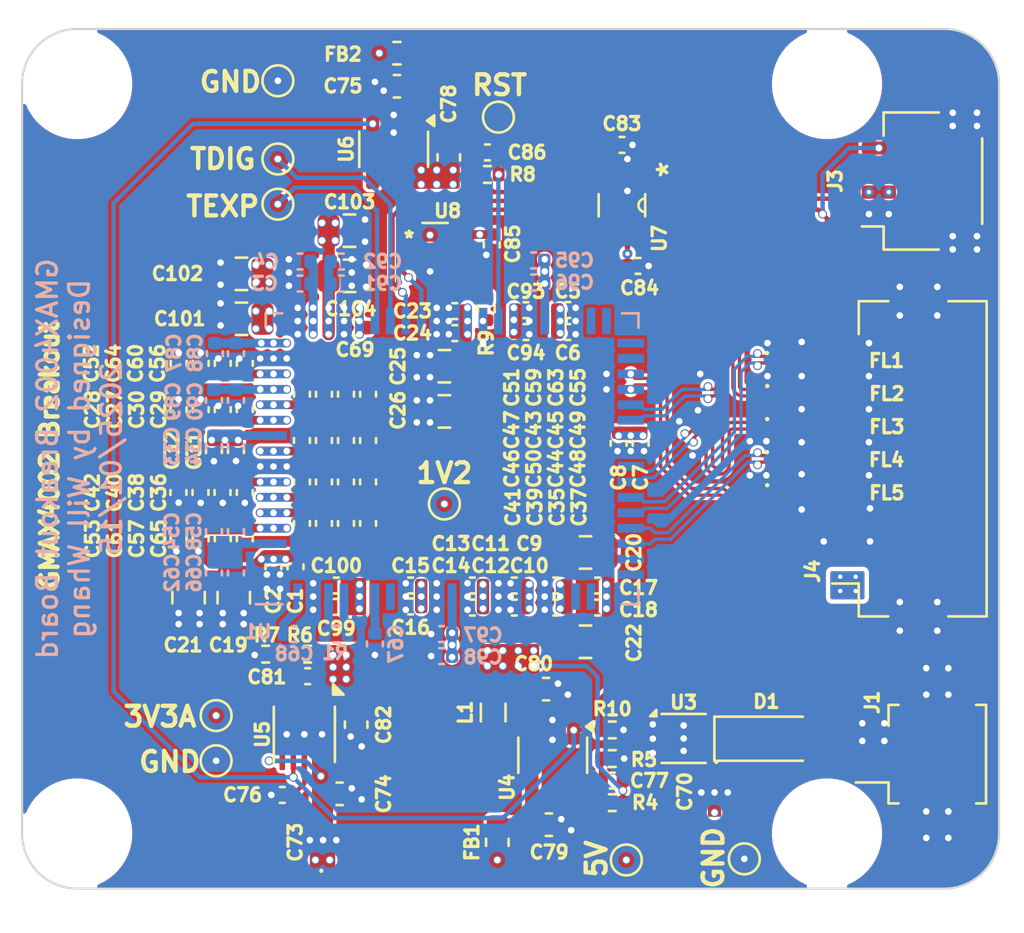
<source format=kicad_pcb>
(kicad_pcb (version 20240108) (generator "pcbnew") (generator_version "8.0")
  (title_block (title "GMAX4002 Breakout") (rev "V 1.0") (company "WillWhang"))
  (layers (0 "F.Cu" signal) (1 "In1.Cu" signal) (2 "In2.Cu" signal) (31 "B.Cu" signal) (34 "B.Paste" user) (35 "F.Paste" user) (36 "B.SilkS" user "B.Silkscreen") (37 "F.SilkS" user "F.Silkscreen") (38 "B.Mask" user) (39 "F.Mask" user) (44 "Edge.Cuts" user))
  (net 0 "")
  (net 1 "VDD")
  (net 2 "GND")
  (net 3 "VDDIO")
  (net 4 "VGRSTH")
  (net 5 "VTX1H")
  (net 6 "VGRSTL")
  (net 7 "VTX1L")
  (net 8 "VTX2H")
  (net 9 "VTX2L")
  (net 10 "VCPPI")
  (net 11 "VCPPO")
  (net 12 "VCPNI")
  (net 13 "VCPNO")
  (net 14 "Net-(U1-VREF)")
  (net 15 "Net-(U1-VRS)")
  (net 16 "+5V")
  (net 17 "Net-(D1-K)")
  (net 18 "Net-(U6-IN)")
  (net 19 "Net-(U5-SS_CTRL)")
  (net 20 "Net-(U5-NR{slash}SS)")
  (net 21 "Net-(U4-FB)")
  (net 22 "Net-(U4-VIN)")
  (net 23 "VDDA")
  (net 24 "Net-(U5-FB)")
  (net 25 "+3V3")
  (net 26 "Net-(U1-SYS_RST_N)")
  (net 27 "Net-(D1-A)")
  (net 28 "Net-(J4-Pin_21)")
  (net 29 "Net-(J4-Pin_20)")
  (net 30 "CAM_D0_P")
  (net 31 "CAM_D0_N")
  (net 32 "Net-(J4-Pin_18)")
  (net 33 "CAM_D1_N")
  (net 34 "CAM_D1_P")
  (net 35 "Net-(J4-Pin_17)")
  (net 36 "CAM_CLK_N")
  (net 37 "CAM_CLK_P")
  (net 38 "Net-(J4-Pin_14)")
  (net 39 "Net-(J4-Pin_15)")
  (net 40 "CAM_D2_P")
  (net 41 "Net-(J4-Pin_11)")
  (net 42 "CAM_D2_N")
  (net 43 "Net-(J4-Pin_12)")
  (net 44 "CAM_D3_P")
  (net 45 "Net-(J4-Pin_8)")
  (net 46 "CAM_D3_N")
  (net 47 "Net-(J4-Pin_9)")
  (net 48 "SDA_3V3")
  (net 49 "SCL_3V3")
  (net 51 "CAM_EN")
  (net 52 "Net-(U4-SW)")
  (net 53 "Net-(U1-RES_EXT_NODE_P)")
  (net 54 "Net-(U1-GNDRES)")
  (net 55 "Net-(U8-Out)")
  (net 56 "CLOCK")
  (net 57 "Net-(U1-TDIG)")
  (net 58 "Net-(U1-TEXP)")
  (net 59 "SDA_1V8")
  (net 63 "SCL_1V8")
  (footprint "Capacitor_SMD:C_0402_1005Metric" (layer "F.Cu") (at 103.07 79.9 180)
    (property "Reference" "C12")
    (property "Value" "100nF")
  )
  (footprint "Capacitor_SMD:C_0402_1005Metric" (layer "F.Cu") (at 103.6 66.41)
    (property "Reference" "C93")
    (property "Value" "4.7uF")
  )
  (footprint "Resistor_SMD:R_0402_1005Metric" (layer "F.Cu") (at 93.7 82.0125)
    (property "Reference" "R6")
    (property "Value" "3.57K")
  )
  (footprint "Capacitor_SMD:C_0402_1005Metric" (layer "F.Cu") (at 95 78.9 180)
    (property "Reference" "C100")
    (property "Value" "100nF")
  )
  (footprint "Capacitor_SMD:C_0402_1005Metric" (layer "F.Cu") (at 93.7 83.0125)
    (property "Reference" "C81")
    (property "Value" "10nF")
  )
  (footprint "Capacitor_SMD:C_0402_1005Metric" (layer "F.Cu") (at 108.68 64.4)
    (property "Reference" "C84")
    (property "Value" "100nF")
  )
  (footprint "Capacitor_SMD:C_0805_2012Metric" (layer "F.Cu") (at 99.9 68.95 180)
    (property "Reference" "C25")
    (property "Value" "22uF")
  )
  (footprint "Capacitor_SMD:C_0603_1608Metric" (layer "F.Cu") (at 95.15 88.35)
    (property "Reference" "C74")
    (property "Value" "10uF")
  )
  (footprint "Package_DFN_QFN:Texas_S-PDSO-N10_EP1.2x2mm" (layer "F.Cu") (at 93.55 85.65 -90)
    (property "Reference" "U5")
    (property "Value" "TPS7A90")
  )
  (footprint "Resistor_SMD:R_0402_1005Metric" (layer "F.Cu") (at 101.85 60.25)
    (property "Reference" "R8")
    (property "Value" "10K")
  )
  (footprint "footprints:NFM18CC101R1C3D" (layer "F.Cu") (at 112.15 88.2875 -90)
    (property "Reference" "C70")
    (property "Value" "C_Feedthrough" (hide yes))
  )
  (footprint "Capacitor_SMD:C_0402_1005Metric" (layer "F.Cu") (at 87.84 74.68 -90)
    (property "Reference" "C42")
    (property "Value" "22uF")
  )
  (footprint "Capacitor_SMD:C_0402_1005Metric" (layer "F.Cu") (at 106.85 79.9 180)
    (property "Reference" "C18")
    (property "Value" "100nF")
  )
  (footprint "Capacitor_SMD:C_0402_1005Metric" (layer "F.Cu") (at 96.44 74.2 90)
    (property "Reference" "C48")
    (property "Value" "100nF")
  )
  (footprint "Capacitor_SMD:C_0402_1005Metric" (layer "F.Cu") (at 100.37 67.45 180)
    (property "Reference" "C24")
    (property "Value" "100nF")
  )
  (footprint "Capacitor_SMD:C_0402_1005Metric" (layer "F.Cu") (at 90.85 70.92 90)
    (property "Reference" "C29")
    (property "Value" "22uF")
  )
  (footprint "Capacitor_SMD:C_0402_1005Metric" (layer "F.Cu") (at 105.5 67.4)
    (property "Reference" "C6")
    (property "Value" "100nF")
  )
  (footprint "Capacitor_SMD:C_0402_1005Metric" (layer "F.Cu") (at 89.85 70.92 90)
    (property "Reference" "C30")
    (property "Value" "22uF")
  )
  (footprint "Capacitor_SMD:C_0402_1005Metric" (layer "F.Cu") (at 94.44 76.08 -90)
    (property "Reference" "C39")
    (property "Value" "100nF")
  )
  (footprint "TestPoint:TestPoint_Pad_D1.0mm" (layer "F.Cu") (at 99.9 75.2)
    (property "Reference" "TP5" (hide yes))
    (property "Value" "TEXP")
  )
  (footprint "Capacitor_SMD:C_0402_1005Metric" (layer "F.Cu") (at 108.8 72.45 -90)
    (property "Reference" "C7")
    (property "Value" "4.7uF")
  )
  (footprint "Capacitor_SMD:C_0402_1005Metric" (layer "F.Cu") (at 89.85 68.82 90)
    (property "Reference" "C60")
    (property "Value" "100nF")
  )
  (footprint "TestPoint:TestPoint_Pad_D1.0mm" (layer "F.Cu") (at 92.35 61.6 -90)
    (property "Reference" "TP2" (hide yes))
    (property "Value" "TEXP")
  )
  (footprint "Package_TO_SOT_SMD:SOT-23-5" (layer "F.Cu") (at 104.8125 86.6 -90)
    (property "Reference" "U4")
    (property "Value" "AP3418KTR-G1")
  )
  (footprint "Capacitor_SMD:C_0402_1005Metric" (layer "F.Cu") (at 90.45 72.78 -90)
    (property "Reference" "C31")
    (property "Value" "4.7uF")
  )
  (footprint "Capacitor_SMD:C_0402_1005Metric" (layer "F.Cu") (at 106.85 78.9 180)
    (property "Reference" "C17")
    (property "Value" "4.7uF")
  )
  (footprint "Capacitor_SMD:C_0402_1005Metric" (layer "F.Cu") (at 103.6 67.4)
    (property "Reference" "C94")
    (property "Value" "100nF")
  )
  (footprint "footprints:TCA9406DCUR" (layer "F.Cu") (at 107.95 61.65 -90)
    (property "Reference" "U7")
    (property "Value" "TCA9406DC" (hide yes))
  )
  (footprint "Inductor_SMD:L_0805_2012Metric" (layer "F.Cu") (at 102.1125 84.6625 90)
    (property "Reference" "L1")
    (property "Value" "DFE201210U-2R2M=P2")
  )
  (footprint "Capacitor_SMD:C_0402_1005Metric" (layer "F.Cu") (at 107.95 58.9102)
    (property "Reference" "C83")
    (property "Value" "100nF")
  )
  (footprint "Capacitor_SMD:C_0402_1005Metric" (layer "F.Cu") (at 89.85 76.78 -90)
    (property "Reference" "C57")
    (property "Value" "22uF")
  )
  (footprint "Inductor_SMD:L_0603_1608Metric" (layer "F.Cu") (at 97.75 54.75 180)
    (property "Reference" "FB2")
    (property "Value" "BLM18KG102SN1D")
  )
  (footprint "Resistor_SMD:R_0402_1005Metric" (layer "F.Cu") (at 101.8 66.35 90)
    (property "Reference" "R9")
    (property "Value" "22R")
  )
  (footprint "Capacitor_SMD:C_0805_2012Metric" (layer "F.Cu") (at 106.3 81.45 180)
    (property "Reference" "C22")
    (property "Value" "22uF")
  )
  (footprint "Capacitor_SMD:C_0402_1005Metric" (layer "F.Cu") (at 93.15 78.05 -90)
    (property "Reference" "C1")
    (property "Value" "4.7uF")
  )
  (footprint "Capacitor_SMD:C_0805_2012Metric" (layer "F.Cu") (at 95.6 62.8)
    (property "Reference" "C103")
    (property "Value" "22uF")
  )
  (footprint "Capacitor_SMD:C_0805_2012Metric" (layer "F.Cu") (at 90.7 64.76 180)
    (property "Reference" "C102")
    (property "Value" "22uF")
  )
  (footprint "Capacitor_SMD:C_0402_1005Metric" (layer "F.Cu") (at 88.85 76.78 -90)
    (property "Reference" "C61")
    (property "Value" "100nF")
  )
  (footprint "Capacitor_SMD:C_0402_1005Metric" (layer "F.Cu") (at 88.85 70.92 90)
    (property "Reference" "C27")
    (property "Value" "4.7uF")
  )
  (footprint "Capacitor_SMD:C_0402_1005Metric" (layer "F.Cu") (at 93.44 72.32 90)
    (property "Reference" "C47")
    (property "Value" "100nF")
  )
  (footprint "TestPoint:TestPoint_Pad_D1.0mm" (layer "F.Cu") (at 113.5 91.3)
    (property "Reference" "TP7" (hide yes))
    (property "Value" "TEXP")
  )
  (footprint "Capacitor_SMD:C_0402_1005Metric" (layer "F.Cu") (at 88.85 68.82 90)
    (property "Reference" "C64")
    (property "Value" "22uF")
  )
  (footprint "Resistor_SMD:R_0402_1005Metric" (layer "F.Cu") (at 107.5125 85.45)
    (property "Reference" "R10")
    (property "Value" "10K")
  )
  (footprint "Capacitor_SMD:C_0603_1608Metric" (layer "F.Cu") (at 100.1 59.475 90)
    (property "Reference" "C78")
    (property "Value" "4.7uF")
  )
  (footprint "TestPoint:TestPoint_Pad_D1.0mm" (layer "F.Cu") (at 102.35 57.65)
    (property "Reference" "TP3" (hide yes))
    (property "Value" "TEXP")
  )
  (footprint "TestPoint:TestPoint_Pad_D1.0mm" (layer "F.Cu") (at 108.15 91.35)
    (property "Reference" "TP6" (hide yes))
    (property "Value" "TEXP")
  )
  (footprint "footprints:DLP11SA350HL2B" (layer "F.Cu") (at 116.0875 74.65)
    (property "Reference" "FL5")
    (property "Value" "DLP11SN900HL2L" (hide yes))
  )
  (footprint "Capacitor_SMD:C_0402_1005Metric" (layer "F.Cu") (at 94.44 70.22 90)
    (property "Reference" "C59")
    (property "Value" "100nF")
  )
  (footprint "Capacitor_SMD:C_0402_1005Metric" (layer "F.Cu") (at 87.85 70.92 90)
    (property "Reference" "C28")
    (property "Value" "100nF")
  )
  (footprint "Capacitor_SMD:C_0402_1005Metric" (layer "F.Cu") (at 100.37 66.45 180)
    (property "Reference" "C23")
    (property "Value" "4.7uF")
  )
  (footprint "MountingHole:MountingHole_2.2mm_M2" (layer "F.Cu") (at 117.25 90.15 90)
    (property "Reference" "H3" (hide yes))
    (property "Value" "MountingHole")
  )
  (footprint "TestPoint:TestPoint_Pad_D1.0mm" (layer "F.Cu") (at 92.35 59.55 -90)
    (property "Reference" "TP1" (hide yes))
    (property "Value" "TDIG")
  )
  (footprint "Connector_Molex:Molex_PicoBlade_53261-0271_1x02-1MP_P1.25mm_Horizontal" (layer "F.Cu") (at 121.75 86.55 90)
    (property "Reference" "J1")
    (property "Value" "Conn_01x02_Shielded")
  )
  (footprint "Capacitor_SMD:C_0402_1005Metric" (layer "F.Cu") (at 90.85 76.78 -90)
    (property "Reference" "C65")
    (property "Value" "22uF")
  )
  (footprint "Resistor_SMD:R_0402_1005Metric" (layer "F.Cu") (at 91.8 82.0125)
    (property "Reference" "R7")
    (property "Value" "1.15K")
  )
  (footprint "Capacitor_SMD:C_0402_1005Metric" (layer "F.Cu") (at 96.44 72.32 90)
    (property "Reference" "C49")
    (property "Value" "22uF")
  )
  (footprint "Capacitor_SMD:C_0805_2012Metric" (layer "F.Cu") (at 90.35 79.45 -90)
    (property "Reference" "C19")
    (property "Value" "22uF")
  )
  (footprint "Capacitor_SMD:C_0805_2012Metric" (layer "F.Cu") (at 106.3 77.4 180)
    (property "Reference" "C20")
    (property "Value" "22uF")
  )
  (footprint "Capacitor_SMD:C_0402_1005Metric" (layer "F.Cu") (at 93.44 74.2 90)
    (property "Reference" "C46")
    (property "Value" "22uF")
  )
  (footprint "Capacitor_SMD:C_0402_1005Metric" (layer "F.Cu") (at 94.44 74.2 90)
    (property "Reference" "C50")
    (property "Value" "22uF")
  )
  (footprint "Inductor_SMD:L_0603_1608Metric" (layer "F.Cu") (at 102.3 90.55 -90)
    (property "Reference" "FB1")
    (property "Value" "BLM18KG102SN1D")
  )
  (footprint "Capacitor_SMD:C_0402_1005Metric" (layer "F.Cu") (at 104.95 78.9 180)
    (property "Reference" "C9")
    (property "Value" "4.7uF")
  )
  (footprint "Capacitor_SMD:C_0402_1005Metric" (layer "F.Cu") (at 87.85 76.78 -90)
    (property "Reference" "C53")
    (property "Value" "4.7uF")
  )
  (footprint "TestPoint:TestPoint_Pad_D1.0mm" (layer "F.Cu") (at 92.35 56)
    (property "Reference" "TP8" (hide yes))
    (property "Value" "TEXP")
  )
  (footprint "Capacitor_SMD:C_0402_1005Metric" (layer "F.Cu") (at 103.07 78.9 180)
    (property "Reference" "C11")
    (property "Value" "4.7uF")
  )
  (footprint "Capacitor_SMD:C_0402_1005Metric" (layer "F.Cu") (at 107.5125 87.75)
    (property "Reference" "C77")
    (property "Value" "100pF")
  )
  (footprint "footprints:NFM18CC101R1C3D" (layer "F.Cu") (at 94.4 90.45 90)
    (property "Reference" "C73")
    (property "Value" "C_Feedthrough" (hide yes))
  )
  (footprint "Capacitor_SMD:C_0402_1005Metric" (layer "F.Cu") (at 101.17 79.9 180)
    (property "Reference" "C14")
    (property "Value" "100nF")
  )
  (footprint "Capacitor_SMD:C_0402_1005Metric" (layer "F.Cu") (at 92.15 78.05 -90)
    (property "Reference" "C2")
    (property "Value" "100nF")
  )
  (footprint "Capacitor_SMD:C_0402_1005Metric" (layer "F.Cu") (at 88.84 74.68 -90)
    (property "Reference" "C40")
    (property "Value" "100nF")
  )
  (footprint "Capacitor_SMD:C_0402_1005Metric" (layer "F.Cu") (at 90.85 74.68 -90)
    (property "Reference" "C36")
    (property "Value" "4.7uF")
  )
  (footprint "Resistor_SMD:R_0402_1005Metric" (layer "F.Cu") (at 107.5125 88.75 180)
    (property "Reference" "R4")
    (property "Value" "10K")
  )
  (footprint "Capacitor_SMD:C_0402_1005Metric" (layer "F.Cu") (at 96.44 76.08 -90)
    (property "Reference" "C37")
    (property "Value" "22uF")
  )
  (footprint "Capacitor_SMD:C_0402_1005Metric" (layer "F.Cu") (at 101.85 59.25 180)
    (property "Reference" "C86")
    (property "Value" "100nF")
  )
  (footprint "Capacitor_SMD:C_0402_1005Metric" (layer "F.Cu") (at 95.44 70.22 90)
    (property "Reference" "C63")
    (property "Value" "22uF")
  )
  (footprint "TestPoint:TestPoint_Pad_D1.0mm" (layer "F.Cu") (at 89.55 84.8)
    (property "Reference" "TP4" (hide yes))
    (property "Value" "TEXP")
  )
  (footprint "Capacitor_SMD:C_0402_1005Metric" (layer "F.Cu") (at 107.8 72.45 -90)
    (property "Reference" "C8")
    (property "Value" "100nF")
  )
  (footprint "Resistor_SMD:R_0402_1005Metric" (layer "F.Cu") (at 107.5125 86.75)
    (property "Reference" "R5")
    (property "Value" "10K")
  )
  (footprint "MountingHole:MountingHole_2.2mm_M2" (layer "F.Cu") (at 117.25 56.15 90)
    (property "Reference" "H4" (hide yes))
    (property "Value" "MountingHole")
  )
  (footprint "Capacitor_SMD:C_0603_1608Metric" (layer "F.Cu") (at 104.5125 83.6 180)
    (property "Reference" "C80")
    (property "Value" "22uF")
  )
  (footprint "Capacitor_SMD:C_0402_1005Metric" (layer "F.Cu") (at 96.44 70.22 90)
    (property "Reference" "C55")
    (property "Value" "22uF")
  )
  (footprint "Capacitor_SMD:C_0402_1005Metric" (layer "F.Cu") (at 93.44 76.08 -90)
    (property "Reference" "C41")
    (property "Value" "22uF")
  )
  (footprint "Capacitor_SMD:C_0402_1005Metric" (layer "F.Cu") (at 89.45 72.78 -90)
    (property "Reference" "C32")
    (property "Value" "22uF")
  )
  (footprint "Oscillator:Oscillator_SMD_Abracon_ASDMB-4Pin_2.5x2.0mm" (layer "F.Cu") (at 100.05 63.8 -90)
    (property "Reference" "U8")
    (property "Value" "ECS-2520MV-400-DN-TR")
  )
  (footprint "Capacitor_SMD:C_0603_1608Metric" (layer "F.Cu") (at 104.6375 89.75)
    (property "Reference" "C79")
    (property "Value" "4.7uF")
  )
  (footprint "Capacitor_SMD:C_0402_1005Metric" (layer "F.Cu") (at 95 79.87 180)
    (property "Reference" "C99")
    (property "Value" "4.7uF")
  )
  (footprint "Package_SON:WSON-6-1EP_2x2mm_P0.65mm_EP1x1.6mm" (layer "F.Cu") (at 110.75 85.8375)
    (property "Reference" "U3")
    (property "Value" "TVS0500DRV")
  )
  (footprint "Diode_SMD:D_SOD-123" (layer "F.Cu") (at 114.5 85.85)
    (property "Reference" "D1")
    (property "Value" "MBR0540")
  )
  (footprint "Capacitor_SMD:C_0402_1005Metric" (layer "F.Cu") (at 98.37 79.85 180)
    (property "Reference" "C16")
    (property "Value" "100nF")
  )
  (footprint "Capacitor_SMD:C_0402_1005Metric" (layer "F.Cu") (at 98.37 78.9 180)
    (property "Reference" "C15")
    (property "Value" "4.7uF")
  )
  (footprint "Capacitor_SMD:C_0805_2012Metric" (layer "F.Cu") (at 99.9 71 180)
    (property "Reference" "C26")
    (property "Value" "22uF")
  )
  (footprint "Capacitor_SMD:C_0603_1608Metric" (layer "F.Cu") (at 95.9 85.2125 -90)
    (property "Reference" "C82")
    (property "Value" "10uF")
  )
  (footprint "Capacitor_SMD:C_0402_1005Metric" (layer "F.Cu") (at 95.44 76.08 -90)
    (property "Reference" "C35")
    (property "Value" "4.7uF")
  )
  (footprint "MountingHole:MountingHole_2.2mm_M2" (layer "F.Cu") (at 83.25 90.15)
    (property "Reference" "H2" (hide yes))
    (property "Value" "MountingHole")
  )
  (footprint "Capacitor_SMD:C_0603_1608Metric" (layer "F.Cu") (at 97.75 56.25)
    (property "Reference" "C75")
    (property "Value" "4.7uF")
  )
  (footprint "Connector_FFC-FPC:Hirose_FH12-22S-0.5SH_1x22-1MP_P0.50mm_Horizontal" (layer "F.Cu") (at 119.9875 73.15 90)
    (property "Reference" "J4")
    (property "Value" "FH12A-22S-0.5SH(55)")
  )
  (footprint "Capacitor_SMD:C_0402_1005Metric" (layer "F.Cu") (at 89.84 74.68 -90)
    (property "Reference" "C38")
    (property "Value" "22uF")
  )
  (footprint "Connector_JST:JST_SH_SM04B-SRSS-TB_1x04-1MP_P1.00mm_Horizontal" (layer "F.Cu") (at 121.6 60.55 90)
    (property "Reference" "J3")
    (property "Value" "Conn_01x04_Shielded")
  )
  (footprint "Capacitor_SMD:C_0402_1005Metric" (layer "F.Cu") (at 104.95 79.9 180)
    (property "Reference" "C10")
    (property "Value" "100nF")
  )
  (footprint "Capacitor_SMD:C_0402_1005Metric" (layer "F.Cu") (at 90.85 68.82 90)
    (property "Reference" "C56")
    (property "Value" "22uF")
  )
  (footprint "Capacitor_SMD:C_0402_1005Metric" (layer "F.Cu") (at 87.85 68.82 90)
    (property "Reference" "C52")
    (property "Value" "4.7uF")
  )
  (footprint "Capacitor_SMD:C_0805_2012Metric" (layer "F.Cu") (at 88.3 79.45 -90)
    (property "Reference" "C21")
    (property "Value" "22uF")
  )
  (footprint "footprints:DLP11SA350HL2B" (layer "F.Cu") (at 116.0875 70.15)
    (property "Reference" "FL2")
    (property "Value" "DLP11SN900HL2L" (hide yes))
  )
  (footprint "Capacitor_SMD:C_0402_1005Metric" (layer "F.Cu") (at 95.44 72.32 90)
    (property "Reference" "C45")
    (property "Value" "22uF")
  )
  (footprint "MountingHole:MountingHole_2.2mm_M2" (layer "F.Cu") (at 83.25 56.15 180)
    (property "Reference" "H1" (hide yes))
    (property "Value" "MountingHole")
  )
  (footprint "footprints:DLP11SA350HL2B" (layer "F.Cu") (at 116.075 73.15)
    (property "Reference" "FL4")
    (property "Value" "DLP11SN900HL2L" (hide yes))
  )
  (footprint "Capacitor_SMD:C_0402_1005Metric" (layer "F.Cu") (at 92.55 88.4 180)
    (property "Reference" "C76")
    (property "Value" "10nF")
  )
  (footprint "footprints:DLP11SA350HL2B" (layer "F.Cu") (at 116.075 68.65)
    (property "Reference" "FL1")
    (property "Value" "DLP11SN900HL2L" (hide yes))
  )
  (footprint "TestPoint:TestPoint_Pad_D1.0mm" (layer "F.Cu") (at 89.55 86.85)
    (property "Reference" "TP9" (hide yes))
    (property "Value" "TEXP")
  )
  (footprint "Capacitor_SMD:C_0805_2012Metric" (layer "F.Cu") (at 95.6 64.85)
    (property "Reference" "C104")
    (property "Value" "22uF")
  )
  (footprint "Package_TO_SOT_SMD:SOT-23-5" (layer "F.Cu") (at 97.6 59.1125 -90)
    (property "Reference" "U6")
    (property "Value" "LP5907MFX-1.8")
  )
  (footprint "Capacitor_SMD:C_0402_1005Metric" (layer "F.Cu") (at 94.44 72.32 90)
    (property "Reference" "C43")
    (property "Value" "4.7uF")
  )
  (footprint "Capacitor_SMD:C_0402_1005Metric" (layer "F.Cu") (at 95.44 74.2 90)
    (property "Reference" "C44")
    (property "Value" "4.7uF")
  )
  (footprint "Capacitor_SMD:C_0402_1005Metric" (layer "F.Cu") (at 101.17 78.9 180)
    (property "Reference" "C13")
    (property "Value" "4.7uF")
  )
  (footprint "Capacitor_SMD:C_0805_2012Metric" (layer "F.Cu") (at 90.7 66.8 180)
    (property "Reference" "C101")
    (property "Value" "22uF")
  )
  (footprint "Capacitor_SMD:C_0402_1005Metric" (layer "F.Cu") (at 105.5 66.4)
    (property "Reference" "C5")
    (property "Value" "4.7uF")
  )
  (footprint "footprints:DLP11SA350HL2B" (layer "F.Cu") (at 116.0875 71.65)
    (property "Reference" "FL3")
    (property "Value" "DLP11SN900HL2L" (hide yes))
  )
  (footprint "Capacitor_SMD:C_0402_1005Metric" (layer "F.Cu") (at 93.44 70.22 90)
    (property "Reference" "C51")
    (property "Value" "4.7uF")
  )
  (footprint "Capacitor_SMD:C_0402_1005Metric" (layer "F.Cu") (at 102.05 63.45 -90)
    (property "Reference" "C85")
    (property "Value" "100nF")
  )
  (footprint "Capacitor_SMD:C_0402_1005Metric" (layer "F.Cu") (at 95.85 67.2 180)
    (property "Reference" "C69")
    (property "Value" "100nF")
  )
  (footprint "Capacitor_SMD:C_0402_1005Metric" (layer "B.Cu") (at 96.75 81.55 -90)
    (property "Reference" "C67")
    (property "Value" "100nF")
  )
  (footprint "Capacitor_SMD:C_0402_1005Metric" (layer "B.Cu") (at 89.45 78.33 -90)
    (property "Reference" "C62")
    (property "Value" "100nF")
  )
  (footprint "Capacitor_SMD:C_0402_1005Metric" (layer "B.Cu") (at 90.45 76.45 90)
    (property "Reference" "C58")
    (property "Value" "22uF")
  )
  (footprint "Capacitor_SMD:C_0402_1005Metric" (layer "B.Cu") (at 90.45 78.33 -90)
    (property "Reference" "C66")
    (property "Value" "22uF")
  )
  (footprint "Capacitor_SMD:C_0402_1005Metric" (layer "B.Cu") (at 103.95 65.15 180)
    (property "Reference" "C96")
    (property "Value" "100nF")
  )
  (footprint "GMAX4002:QFN-74_16.6x12.9_Pitch0.7mm" (layer "B.Cu") (at 100.25 73.15)
    (property "Reference" "U1")
    (property "Value" "~")
  )
  (footprint "Capacitor_SMD:C_0402_1005Metric" (layer "B.Cu") (at 95.23 65.2)
    (property "Reference" "C91")
    (property "Value" "4.7uF")
  )
  (footprint "Capacitor_SMD:C_0402_1005Metric" (layer "B.Cu") (at 89.45 76.45 90)
    (property "Reference" "C54")
    (property "Value" "4.7uF")
  )
  (footprint "Capacitor_SMD:C_0402_1005Metric" (layer "B.Cu") (at 95.23 64.2)
    (property "Reference" "C92")
    (property "Value" "100nF")
  )
  (footprint "Capacitor_SMD:C_0402_1005Metric" (layer "B.Cu") (at 93.35 64.2 180)
    (property "Reference" "C4")
    (property "Value" "100nF")
  )
  (footprint "Capacitor_SMD:C_0402_1005Metric" (layer "B.Cu") (at 90.45 72.58 -90)
    (property "Reference" "C34")
    (property "Value" "22uF")
  )
  (footprint "Capacitor_SMD:C_0402_1005Metric" (layer "B.Cu") (at 99.77 81.1 180)
    (property "Reference" "C97")
    (property "Value" "4.7uF")
  )
  (footprint "Capacitor_SMD:C_0402_1005Metric" (layer "B.Cu") (at 90.45 68.38 -90)
    (property "Reference" "C88")
    (property "Value" "100nF")
  )
  (footprint "Capacitor_SMD:C_0402_1005Metric" (layer "B.Cu") (at 89.45 70.5 -90)
    (property "Reference" "C89")
    (property "Value" "4.7uF")
  )
  (footprint "Capacitor_SMD:C_0402_1005Metric" (layer "B.Cu") (at 89.45 72.58 -90)
    (property "Reference" "C33")
    (property "Value" "100nF")
  )
  (footprint "Capacitor_SMD:C_0402_1005Metric" (layer "B.Cu") (at 90.45 70.5 -90)
    (property "Reference" "C90")
    (property "Value" "100nF")
  )
  (footprint "Capacitor_SMD:C_0402_1005Metric" (layer "B.Cu") (at 93.35 65.2 180)
    (property "Reference" "C3")
    (property "Value" "4.7uF")
  )
  (footprint "Capacitor_SMD:C_0402_1005Metric" (layer "B.Cu") (at 93.09 81.1)
    (property "Reference" "C68")
    (property "Value" "220nF")
  )
  (footprint "Capacitor_SMD:C_0402_1005Metric" (layer "B.Cu") (at 99.77 82.1 180)
    (property "Reference" "C98")
    (property "Value" "100nF")
  )
  (footprint "Capacitor_SMD:C_0402_1005Metric" (layer "B.Cu") (at 103.95 64.15 180)
    (property "Reference" "C95")
    (property "Value" "4.7uF")
  )
  (footprint "Capacitor_SMD:C_0402_1005Metric" (layer "B.Cu") (at 89.49 68.38 -90)
    (property "Reference" "C87")
    (property "Value" "4.7uF")
  )
  (footprint "Resistor_SMD:R_0402_1005Metric" (layer "B.Cu") (at 95 81.1 180)
    (property "Reference" "R1")
    (property "Value" "12.4K")
  )
  (gr_line (start 122.55 53.65) (end 83.25 53.65) (stroke (width 0.1)) (layer "Edge.Cuts"))
  (gr_arc (start 125.05 90.15) (mid 124.317767 91.917767) (end 122.55 92.65) (stroke (width 0.1)) (layer "Edge.Cuts"))
  (gr_line (start 80.75 56.15) (end 80.75 90.15) (stroke (width 0.1)) (layer "Edge.Cuts"))
  (gr_arc (start 83.25 92.65) (mid 81.482233 91.917767) (end 80.75 90.15) (stroke (width 0.1)) (layer "Edge.Cuts"))
  (gr_line (start 125.05 90.15) (end 125.05 56.15) (stroke (width 0.1)) (layer "Edge.Cuts"))
  (gr_arc (start 80.75 56.15) (mid 81.482233 54.382233) (end 83.25 53.65) (stroke (width 0.1)) (layer "Edge.Cuts"))
  (gr_line (start 83.25 92.65) (end 122.55 92.65) (stroke (width 0.1)) (layer "Edge.Cuts"))
  (gr_arc (start 122.55 53.65) (mid 124.317767 54.382233) (end 125.05 56.15) (stroke (width 0.1)) (layer "Edge.Cuts"))
  (gr_text "GMAX4002 Breakout Board\nDesigned by Will Whang\n2025/01/15" (at 83.35 73.15 90) (layer "B.SilkS") (effects (font (size 0.9 0.9) (thickness 0.15) (bold yes)) (justify mirror)))
  (gr_text "GND" (at 90.2 56.05 0) (layer "F.SilkS") (effects (font (size 0.9 0.9) (thickness 0.2) (bold yes))))
  (gr_text "GND" (at 112.1 91.25 90) (layer "F.SilkS") (effects (font (size 0.9 0.9) (thickness 0.2) (bold yes))))
  (gr_text "5V" (at 106.8 91.3 90) (layer "F.SilkS") (effects (font (size 0.9 0.9) (thickness 0.2) (bold yes))))
  (gr_text "TEXP" (at 89.85 61.7 0) (layer "F.SilkS") (effects (font (size 0.9 0.9) (thickness 0.2) (bold yes))))
  (gr_text "TDIG" (at 89.85 59.55 0) (layer "F.SilkS") (effects (font (size 0.9 0.9) (thickness 0.2) (bold yes))))
  (gr_text "RST" (at 102.4 56.2 0) (layer "F.SilkS") (effects (font (size 0.9 0.9) (thickness 0.2) (bold yes))))
  (gr_text "3V3A" (at 87 84.85 0) (layer "F.SilkS") (effects (font (size 0.9 0.9) (thickness 0.2) (bold yes))))
  (gr_text "GND" (at 87.45 86.9 0) (layer "F.SilkS") (effects (font (size 0.9 0.9) (thickness 0.2) (bold yes))))
  (gr_text "*" (at 98.3 63.15 0) (layer "F.SilkS") (effects (font (size 0.6 0.6))))
  (gr_text "GMAX4002 Breakout" (at 82 73 90) (layer "F.SilkS") (effects (font (size 0.8 0.8) (thickness 0.2) (bold yes))))
  (gr_text "1V2" (at 99.9 73.8 0) (layer "F.SilkS") (effects (font (size 0.9 0.9) (thickness 0.2) (bold yes))))
  (segment (start 105.43 78.9) (end 105.43 79.9) (width 0.56) (layer "F.Cu") (net 1))
  (segment (start 105.02 66.4) (end 105.02 67.4) (width 0.56) (layer "F.Cu") (net 1))
  (segment (start 107.33 78.9) (end 107.33 77.48) (width 0.56) (layer "F.Cu") (net 1))
  (segment (start 107.9925 88.72) (end 107.9925 88.2) (width 0.2) (layer "F.Cu") (net 1))
  (segment (start 108.8 71.97) (end 107.8 71.97) (width 0.56) (layer "F.Cu") (net 1))
  (segment (start 90.5 78.5) (end 90 78.5) (width 0.56) (layer "F.Cu") (net 1))
  (segment (start 93.15 77.57) (end 91.789045 77.57) (width 0.56) (layer "F.Cu") (net 1))
  (segment (start 107.9925 87.75) (end 107.9925 88.2) (width 0.2) (layer "F.Cu") (net 1))
  (segment (start 107.33 79.9) (end 107.33 81.37) (width 0.56) (layer "F.Cu") (net 1))
  (segment (start 103.55 78.9) (end 103.55 79.9) (width 0.56) (layer "F.Cu") (net 1))
  (segment (start 90.859045 78.5) (end 90 78.5) (width 0.56) (layer "F.Cu") (net 1))
  (segment (start 107.33 78.9) (end 107.33 79.9) (width 0.56) (layer "F.Cu") (net 1))
  (segment (start 107.33 81.37) (end 107.25 81.45) (width 0.56) (layer "F.Cu") (net 1))
  (segment (start 91.789045 77.57) (end 90.859045 78.5) (width 0.56) (layer "F.Cu") (net 1))
  (segment (start 98.85 78.9) (end 98.85 79.85) (width 0.56) (layer "F.Cu") (net 1))
  (segment (start 107.33 77.48) (end 107.25 77.4) (width 0.56) (layer "F.Cu") (net 1))
  (segment (start 108.0225 88.75) (end 107.9925 88.72) (width 0.2) (layer "F.Cu") (net 1))
  (segment (start 90 78.5) (end 87.95 78.5) (width 0.56) (layer "F.Cu") (net 1))
  (segment (start 101.65 78.9) (end 101.65 79.9) (width 0.56) (layer "F.Cu") (net 1))
  (via (at 98.85 78.85) (size 0.4) (drill 0.3) (layers "F.Cu" "B.Cu") (net 1))
  (via (at 103.95 82.55) (size 0.4) (drill 0.3) (layers "F.Cu" "B.Cu") (net 1))
  (via (at 103.95 81.85) (size 0.4) (drill 0.3) (layers "F.Cu" "B.Cu") (net 1))
  (via (at 103.75 78.85) (size 0.4) (drill 0.3) (layers "F.Cu" "B.Cu") (net 1))
  (via (at 107.25 78.85) (size 0.4) (drill 0.3) (layers "F.Cu" "B.Cu") (net 1))
  (via (at 107.25 79.4) (size 0.4) (drill 0.3) (layers "F.Cu" "B.Cu") (net 1))
  (via (at 98.85 79.4) (size 0.4) (drill 0.3) (layers "F.Cu" "B.Cu") (net 1))
  (via (at 108.35 72.1) (size 0.4) (drill 0.3) (layers "F.Cu" "B.Cu") (net 1))
  (via (at 103.25 82.55) (size 0.4) (drill 0.3) (layers "F.Cu" "B.Cu") (net 1))
  (via (at 103.75 79.95) (size 0.4) (drill 0.3) (layers "F.Cu" "B.Cu") (net 1))
  (via (at 101.65 78.85) (size 0.4) (drill 0.3) (layers "F.Cu" "B.Cu") (net 1))
  (via (at 105.15 79.95) (size 0.4) (drill 0.3) (layers "F.Cu" "B.Cu") (net 1))
  (via (at 105.15 67.45) (size 0.4) (drill 0.3) (layers "F.Cu" "B.Cu") (net 1))
  (via (at 102.55 82.55) (size 0.4) (drill 0.3) (layers "F.Cu" "B.Cu") (net 1))
  (via (at 93.95 66.9) (size 0.4) (drill 0.3) (layers "F.Cu" "B.Cu") (net 1))
  (via (at 107.8 72.1) (size 0.4) (drill 0.3) (layers "F.Cu" "B.Cu") (net 1))
  (via (at 107.9925 88.2) (size 0.4) (drill 0.3) (layers "F.Cu" "B.Cu") (net 1))
  (via (at 105.15 66.35) (size 0.4) (drill 0.3) (layers "F.Cu" "B.Cu") (net 1))
  (via (at 101.85 81.85) (size 0.4) (drill 0.3) (layers "F.Cu" "B.Cu") (net 1))
  (via (at 105.15 78.85) (size 0.4) (drill 0.3) (layers "F.Cu" "B.Cu") (net 1))
  (via (at 103.75 79.4) (size 0.4) (drill 0.3) (layers "F.Cu" "B.Cu") (net 1))
  (via (at 108.9 72.1) (size 0.4) (drill 0.3) (layers "F.Cu" "B.Cu") (net 1))
  (via (at 105.15 66.9) (size 0.4) (drill 0.3) (layers "F.Cu" "B.Cu") (net 1))
  (via (at 98.85 79.95) (size 0.4) (drill 0.3) (layers "F.Cu" "B.Cu") (net 1))
  (via (at 101.65 79.4) (size 0.4) (drill 0.3) (layers "F.Cu" "B.Cu") (net 1))
  (via (at 107.25 79.95) (size 0.4) (drill 0.3) (layers "F.Cu" "B.Cu") (net 1))
  (via (at 99.9 75.2) (size 0.4) (drill 0.3) (layers "F.Cu" "B.Cu") (net 1))
  (via (at 103.25 81.85) (size 0.4) (drill 0.3) (layers "F.Cu" "B.Cu") (net 1))
  (via (at 91.6 77.7) (size 0.4) (drill 0.3) (layers "F.Cu" "B.Cu") (net 1))
  (via (at 93.95 66.3) (size 0.4) (drill 0.3) (layers "F.Cu" "B.Cu") (net 1))
  (via (at 92.7 77.7) (size 0.4) (drill 0.3) (layers "F.Cu" "B.Cu") (net 1))
  (via (at 93.95 67.5) (size 0.4) (drill 0.3) (layers "F.Cu" "B.Cu") (net 1))
  (via (at 101.85 82.55) (size 0.4) (drill 0.3) (layers "F.Cu" "B.Cu") (net 1))
  (via (at 92.15 77.7) (size 0.4) (drill 0.3) (layers "F.Cu" "B.Cu") (net 1))
  (via (at 101.65 79.95) (size 0.4) (drill 0.3) (layers "F.Cu" "B.Cu") (net 1))
  (via (at 102.55 81.85) (size 0.4) (drill 0.3) (layers "F.Cu" "B.Cu") (net 1))
  (via (at 105.15 79.4) (size 0.4) (drill 0.3) (layers "F.Cu" "B.Cu") (net 1))
  (segment (start 106.85 83.05) (end 106.35 82.55) (width 0.2) (layer "B.Cu") (net 1))
  (segment (start 93.95 64.32) (end 93.83 64.2) (width 0.4) (layer "B.Cu") (net 1))
  (segment (start 106.35 82.55) (end 103.95 82.55) (width 0.2) (layer "B.Cu") (net 1))
  (segment (start 106.85 87.0575) (end 106.85 83.05) (width 0.2) (layer "B.Cu") (net 1))
  (segment (start 107.9925 88.2) (end 106.85 87.0575) (width 0.2) (layer "B.Cu") (net 1))
  (segment (start 93.95 67.5) (end 93.95 64.32) (width 0.4) (layer "B.Cu") (net 1))
  (segment (start 94.52 79.4) (end 94.52 78.9) (width 0.56) (layer "F.Cu") (net 2))
  (segment (start 93.95 79.97) (end 94.52 79.4) (width 0.56) (layer "F.Cu") (net 2))
  (segment (start 93.95 78.8) (end 94.42 78.8) (width 0.56) (layer "F.Cu") (net 2))
  (segment (start 93.95 78.8) (end 93.95 80) (width 0.56) (layer "F.Cu") (net 2))
  (segment (start 93.95 80) (end 94.39 80) (width 0.56) (layer "F.Cu") (net 2))
  (segment (start 94.42 78.8) (end 94.52 78.9) (width 0.56) (layer "F.Cu") (net 2))
  (segment (start 93.95 79.4) (end 94.52 79.4) (width 0.56) (layer "F.Cu") (net 2))
  (segment (start 94.52 79.87) (end 94.52 79.4) (width 0.56) (layer "F.Cu") (net 2))
  (segment (start 93.95 80) (end 93.95 79.97) (width 0.56) (layer "F.Cu") (net 2))
  (segment (start 93.95 78.8) (end 93.95 78.83) (width 0.56) (layer "F.Cu") (net 2))
  (segment (start 94.39 80) (end 94.52 79.87) (width 0.56) (layer "F.Cu") (net 2))
  (segment (start 93.95 78.83) (end 94.52 79.4) (width 0.56) (layer "F.Cu") (net 2))
  (via (at 118.85 85.95) (size 0.4) (drill 0.3) (layers "F.Cu" "B.Cu") (net 2))
  (via (at 98.15 78.8) (size 0.4) (drill 0.3) (layers "F.Cu" "B.Cu") (net 2))
  (via (at 105.85 66.9) (size 0.4) (drill 0.3) (layers "F.Cu" "B.Cu") (net 2))
  (via (at 99.25 68.45) (size 0.4) (drill 0.3) (layers "F.Cu" "B.Cu") (net 2))
  (via (at 88.8 80.65) (size 0.4) (drill 0.3) (layers "F.Cu" "B.Cu") (net 2))
  (via (at 95 90.45) (size 0.4) (drill 0.3) (layers "F.Cu" "B.Cu") (net 2))
  (via (at 99.55 67.5) (size 0.4) (drill 0.3) (layers "F.Cu" "B.Cu") (net 2))
  (via (at 111.55 88.2875) (size 0.4) (drill 0.3) (layers "F.Cu" "B.Cu") (net 2))
  (via (at 99.3 81.1) (size 0.4) (drill 0.3) (layers "F.Cu" "B.Cu") (net 2))
  (via (at 93.55 85.65) (size 0.4) (drill 0.3) (layers "F.Cu" "B.Cu") (net 2))
  (via (at 111.15 73) (size 0.4) (drill 0.3) (layers "F.Cu" "B.Cu") (net 2))
  (via (at 121.75 89.15) (size 0.4) (drill 0.3) (layers "F.Cu" "B.Cu") (net 2))
  (via (at 124.05 63.05) (size 0.4) (drill 0.3) (layers "F.Cu" "B.Cu") (net 2))
  (via (at 114.5 72.35) (size 0.4) (drill 0.3) (layers "F.Cu" "B.Cu") (net 2))
  (via (at 122.75 89.15) (size 0.4) (drill 0.3) (layers "F.Cu" "B.Cu") (net 2))
  (via (at 96.75 56.05) (size 0.4) (drill 0.3) (layers "F.Cu" "B.Cu") (net 2))
  (via (at 119.15 62.05) (size 0.4) (drill 0.3) (layers "F.Cu" "B.Cu") (net 2))
  (via (at 88.85 70.45) (size 0.4) (drill 0.3) (layers "F.Cu" "B.Cu") (net 2))
  (via (at 89.75 64.25) (size 0.4) (drill 0.3) (layers "F.Cu" "B.Cu") (net 2))
  (via (at 93.25 66.9) (size 0.4) (drill 0.3) (layers "F.Cu" "B.Cu") (net 2))
  (via (at 120.05 62.05) (size 0.4) (drill 0.3) (layers "F.Cu" "B.Cu") (net 2))
  (via (at 88.85 75.15) (size 0.4) (drill 0.3) (layers "F.Cu" "B.Cu") (net 2))
  (via (at 99.25 70.5) (size 0.4) (drill 0.3) (layers "F.Cu" "B.Cu") (net 2))
  (via (at 99.25 71.5) (size 0.4) (drill 0.3) (layers "F.Cu" "B.Cu") (net 2))
  (via (at 89.75 65.25) (size 0.4) (drill 0.3) (layers "F.Cu" "B.Cu") (net 2))
  (via (at 104.8 85.9) (size 0.4) (drill 0.3) (layers "F.Cu" "B.Cu") (net 2))
  (via (at 96.35 64.35) (size 0.4) (drill 0.3) (layers "F.Cu" "B.Cu") (net 2))
  (via (at 92.15 68.6) (size 0.4) (drill 0.3) (layers "F.Cu" "B.Cu") (net 2))
  (via (at 99.25 64.65) (size 0.4) (drill 0.3) (layers "F.Cu" "B.Cu") (net 2))
  (via (at 109.35 85.85) (size 0.4) (drill 0.3) (layers "F.Cu" "B.Cu") (net 2))
  (via (at 122.75 82.65) (size 0.4) (drill 0.3) (layers "F.Cu" "B.Cu") (net 2))
  (via (at 114.5 73.9) (size 0.4) (drill 0.3) (layers "F.Cu" "B.Cu") (net 2))
  (via (at 100.1 66.3) (size 0.4) (drill 0.3) (layers "F.Cu" "B.Cu") (net 2))
  (via (at 99.55 79.4) (size 0.4) (drill 0.3) (layers "F.Cu" "B.Cu") (net 2))
  (via (at 98.65 71.5) (size 0.4) (drill 0.3) (layers "F.Cu" "B.Cu") (net 2))
  (via (at 98.65 69.45) (size 0.4) (drill 0.3) (layers "F.Cu" "B.Cu") (net 2))
  (via (at 120.55 79.65) (size 0.4) (drill 0.3) (layers "F.Cu" "B.Cu") (net 2))
  (via (at 108.43 58.9102) (size 0.4) (drill 0.3) (layers "F.Cu" "B.Cu") (net 2))
  (via (at 91.55 68.6) (size 0.4) (drill 0.3) (layers "F.Cu" "B.Cu") (net 2))
  (via (at 92.85 64.1) (size 0.4) (drill 0.3) (layers "F.Cu" "B.Cu") (net 2))
  (via (at 94.4 90.45) (size 0.4) (drill 0.3) (layers "F.Cu" "B.Cu") (net 2))
  (via (at 107.25 70) (size 0.4) (drill 0.3) (layers "F.Cu" "B.Cu") (net 2))
  (via (at 90.85 75.15) (size 0.4) (drill 0.3) (layers "F.Cu" "B.Cu") (net 2))
  (via (at 99.25 69.45) (size 0.4) (drill 0.3) (layers "F.Cu" "B.Cu") (net 2))
  (via (at 111.4 70.95) (size 0.4) (drill 0.3) (layers "F.Cu" "B.Cu") (net 2))
  (via (at 95.7 88.1) (size 0.4) (drill 0.3) (layers "F.Cu" "B.Cu") (net 2))
  (via (at 102.9 79.4) (size 0.4) (drill 0.3) (layers "F.Cu" "B.Cu") (net 2))
  (via (at 92.75 85.65) (size 0.4) (drill 0.3) (layers "F.Cu" "B.Cu") (net 2))
  (via (at 120.55 65.35) (size 0.4) (drill 0.3) (layers "F.Cu" "B.Cu") (net 2))
  (via (at 90.8 80.15) (size 0.4) (drill 0.3) (layers "F.Cu" "B.Cu") (net 2))
  (via (at 95.35 67.5) (size 0.4) (drill 0.3) (layers "F.Cu" "B.Cu") (net 2))
  (via (at 110.75 85.8375) (size 0.4) (drill 0.3) (layers "F.Cu" "B.Cu") (net 2))
  (via (at 107.25 69.3) (size 0.4) (drill 0.3) (layers "F.Cu" "B.Cu") (net 2))
  (via (at 103.75 66.9) (size 0.4) (drill 0.3) (layers "F.Cu" "B.Cu") (net 2))
  (via (at 119.15 67.9) (size 0.4) (drill 0.3) (layers "F.Cu" "B.Cu") (net 2))
  (via (at 122.25 80.95) (size 0.4) (drill 0.3) (layers "F.Cu" "B.Cu") (net 2))
  (via (at 88.85 68.34) (size 0.4) (drill 0.3) (layers "F.Cu" "B.Cu") (net 2))
  (via (at 89.75 67.1) (size 0.4) (drill 0.3) (layers "F.Cu" "B.Cu") (net 2))
  (via (at 89.65 70.75) (size 0.4) (drill 0.3) (layers "F.Cu" "B.Cu") (net 2))
  (via (at 122.25 79.65) (size 0.4) (drill 0.3) (layers "F.Cu" "B.Cu") (net 2))
  (via (at 109.35 85.2) (size 0.4) (drill 0.3) (layers "F.Cu" "B.Cu") (net 2))
  (via (at 121.75 90.35) (size 0.4) (drill 0.3) (layers "F.Cu" "B.Cu") (net 2))
  (via (at 119.15 72.4) (size 0.4) (drill 0.3) (layers "F.Cu" "B.Cu") (net 2))
  (via (at 120.55 80.95) (size 0.4) (drill 0.3) (layers "F.Cu" "B.Cu") (net 2))
  (via (at 100.1 67.5) (size 0.4) (drill 0.3) (layers "F.Cu" "B.Cu") (net 2))
  (via (at 122.95 58.05) (size 0.4) (drill 0.3) (layers "F.Cu" "B.Cu") (net 2))
  (via (at 96.15 88.6) (size 0.4) (drill 0.3) (layers "F.Cu" "B.Cu") (net 2))
  (via (at 99.3 82.1) (size 0.4) (drill 0.3) (layers "F.Cu" "B.Cu") (net 2))
  (via (at 89.55 86.85) (size 0.4) (drill 0.3) (layers "F.Cu" "B.Cu") (net 2))
  (via (at 90.6 68.6) (size 0.4) (drill 0.3) (layers "F.Cu" "B.Cu") (net 2))
  (via (at 92.85 65.3) (size 0.4) (drill 0.3) (layers "F.Cu" "B.Cu") (net 2))
  (via (at 92.45 79.05) (size 0.4) (drill 0.3) (layers "F.Cu" "B.Cu") (net 2))
  (via (at 117.1 76.9) (size 0.4) (drill 0.3) (layers "F.Cu" "B.Cu") (net 2))
  (via (at 92.45 78.4) (size 0.4) (drill 0.3) (layers "F.Cu" "B.Cu") (net 2))
  (via (at 104.45 78.8) (size 0.4) (drill 0.3) (layers "F.Cu" "B.Cu") (net 2))
  (via (at 124.05 58.05) (size 0.4) (drill 0.3) (layers "F.Cu" "B.Cu") (net 2))
  (via (at 93.95 78.8) (size 0.4) (drill 0.3) (layers "F.Cu" "B.Cu") (net 2))
  (via (at 122.95 63.65) (size 0.4) (drill 0.3) (layers "F.Cu" "B.Cu") (net 2))
  (via (at 119.15 73.9) (size 0.4) (drill 0.3) (layers "F.Cu" "B.Cu") (net 2))
  (via (at 108.0225 85.45) (size 0.4) (drill 0.3) (layers "F.Cu" "B.Cu") (net 2))
  (via (at 97.6 57.55) (size 0.4) (drill 0.3) (layers "F.Cu" "B.Cu") (net 2))
  (via (at 92.35 56) (size 0.4) (drill 0.3) (layers "F.Cu" "B.Cu") (net 2))
  (via (at 95.7 65.3) (size 0.4) (drill 0.3) (layers "F.Cu" "B.Cu") (net 2))
  (via (at 87.85 80.65) (size 0.4) (drill 0.3) (layers "F.Cu" "B.Cu") (net 2))
  (via (at 116.1 70.9) (size 0.4) (drill 0.3) (layers "F.Cu" "B.Cu") (net 2))
  (via (at 108.95 72.8) (size 0.4) (drill 0.3) (layers "F.Cu" "B.Cu") (net 2))
  (via (at 108.35 72.8) (size 0.4) (drill 0.3) (layers "F.Cu" "B.Cu") (net 2))
  (via (at 96.3 63.3) (size 0.4) (drill 0.3) (layers "F.Cu" "B.Cu") (net 2))
  (via (at 98.15 80) (size 0.4) (drill 0.3) (layers "F.Cu" "B.Cu") (net 2))
  (via (at 119.15 70.9) (size 0.4) (drill 0.3) (layers "F.Cu" "B.Cu") (net 2))
  (via (at 92.85 64.7) (size 0.4) (drill 0.3) (layers "F.Cu" "B.Cu") (net 2))
  (via (at 105.85 67.5) (size 0.4) (drill 0.3) (layers "F.Cu" "B.Cu") (net 2))
  (via (at 113.5 91.3) (size 0.4) (drill 0.3) (layers "F.Cu" "B.Cu") (net 2))
  (via (at 95.35 66.3) (size 0.4) (drill 0.3) (layers "F.Cu" "B.Cu") (net 2))
  (via (at 102.35 80) (size 0.4) (drill 0.3) (layers "F.Cu" "B.Cu") (net 2))
  (via (at 96.35 65.35) (size 0.4) (drill 0.3) (layers "F.Cu" "B.Cu") (net 2))
  (via (at 112.75 88.2875) (size 0.4) (drill 0.3) (layers "F.Cu" "B.Cu") (net 2))
  (via (at 102.35 78.8) (size 0.4) (drill 0.3) (layers "F.Cu" "B.Cu") (net 2))
  (via (at 99.55 66.9) (size 0.4) (drill 0.3) (layers "F.Cu" "B.Cu") (net 2))
  (via (at 118.85 85.15) (size 0.4) (drill 0.3) (layers "F.Cu" "B.Cu") (net 2))
  (via (at 102.35 79.4) (size 0.4) (drill 0.3) (layers "F.Cu" "B.Cu") (net 2))
  (via (at 122.25 65.35) (size 0.4) (drill 0.3) (layers "F.Cu" "B.Cu") (net 2))
  (via (at 99.55 80) (size 0.4) (drill 0.3) (layers "F.Cu" "B.Cu") (net 2))
  (via (at 92.15 73.5) (size 0.4) (drill 0.3) (layers "F.Cu" "B.Cu") (net 2))
  (via (at 105.05 83.35) (size 0.4) (drill 0.3) (layers "F.Cu" "B.Cu") (net 2))
  (via (at 122.75 83.85) (size 0.4) (drill 0.3) (layers "F.Cu" "B.Cu") (net 2))
  (via (at 99.55 66.3) (size 0.4) (drill 0.3) (layers "F.Cu" "B.Cu") (net 2))
  (via (at 100.95 79.4) (size 0.4) (drill 0.3) (layers "F.Cu" "B.Cu") (net 2))
  (via (at 102.9 78.8) (size 0.4) (drill 0.3) (layers "F.Cu" "B.Cu") (net 2))
  (via (at 98.65 68.45) (size 0.4) (drill 0.3) (layers "F.Cu" "B.Cu") (net 2))
  (via (at 96.15 86.2) (size 0.4) (drill 0.3) (layers "F.Cu" "B.Cu") (net 2))
  (via (at 116.1 72.4) (size 0.4) (drill 0.3) (layers "F.Cu" "B.Cu") (net 2))
  (via (at 116.1 75.45) (size 0.4) (drill 0.3) (layers "F.Cu" "B.Cu") (net 2))
  (via (at 91.55 73.5) (size 0.4) (drill 0.3) (layers "F.Cu" "B.Cu") (net 2))
  (via (at 93.8 90.45) (size 0.4) (drill 0.3) (layers "F.Cu" "B.Cu") (net 2))
  (via (at 122.75 90.35) (size 0.4) (drill 0.3) (layers "F.Cu" "B.Cu") (net 2))
  (via (at 101.8 63.9) (size 0.4) (drill 0.3) (layers "F.Cu" "B.Cu") (net 2))
  (via (at 87.85 70.45) (size 0.4) (drill 0.3) (layers "F.Cu" "B.Cu") (net 2))
  (via (at 100.95 80) (size 0.4) (drill 0.3) (layers "F.Cu" "B.Cu") (net 2))
  (via (at 97.6 58.35) (size 0.4) (drill 0.3) (layers "F.Cu" "B.Cu") (net 2))
  (via (at 93.25 67.5) (size 0.4) (drill 0.3) (layers "F.Cu" "B.Cu") (net 2))
  (via (at 92.75 73.5) (size 0.4) (drill 0.3) (layers "F.Cu" "B.Cu") (net 2))
  (via (at 114.55 67.9) (size 0.4) (drill 0.3) (layers "F.Cu" "B.Cu") (net 2))
  (via (at 87.85 80.15) (size 0.4) (drill 0.3) (layers "F.Cu" "B.Cu") (net 2))
  (via (at 103.75 66.3) (size 0.4) (drill 0.3) (layers "F.Cu" "B.Cu") (net 2))
  (via (at 87.75 77.35) (size 0.4) (drill 0.3) (layers "F.Cu" "B.Cu") (net 2))
  (via (at 114.55 69.4) (size 0.4) (drill 0.3) (layers "F.Cu" "B.Cu") (net 2))
  (via (at 94.35 85.65) (size 0.4) (drill 0.3) (layers "F.Cu" "B.Cu") (net 2))
  (via (at 122.95 57.45) (size 0.4) (drill 0.3) (layers "F.Cu" "B.Cu") (net 2))
  (via (at 89.85 80.65) (size 0.4) (drill 0.3) (layers "F.Cu" "B.Cu") (net 2))
  (via (at 95.65 85.75) (size 0.4) (drill 0.3) (layers "F.Cu" "B.Cu") (net 2))
  (via (at 93.95 80) (size 0.4) (drill 0.3) (layers "F.Cu" "B.Cu") (net 2))
  (via (at 96.75 82.05) (size 0.4) (drill 0.3) (layers "F.Cu" "B.Cu") (net 2))
  (via (at 95.7 64.7) (size 0.4) (drill 0.3) (layers "F.Cu" "B.Cu") (net 2))
  (via (at 95.35 66.9) (size 0.4) (drill 0.3) (layers "F.Cu" "B.Cu") (net 2))
  (via (at 119.2 76.9) (size 0.4) (drill 0.3) (layers "F.Cu" "B.Cu") (net 2))
  (via (at 90.55 70.75) (size 0.4) (drill 0.3) (layers "F.Cu" "B.Cu") (net 2))
  (via (at 122.95 63.05) (size 0.4) (drill 0.3) (layers "F.Cu" "B.Cu") (net 2))
  (via (at 91.85 79.05) (size 0.4) (drill 0.3) (layers "F.Cu" "B.Cu") (net 2))
  (via (at 108.05 86.75) (size 0.4) (drill 0.3) (layers "F.Cu" "B.Cu") (net 2))
  (via (at 98.65 70.5) (size 0.4) (drill 0.3) (layers "F.Cu" "B.Cu") (net 2))
  (via (at 105.85 66.3) (size 0.4) (drill 0.3) (layers "F.Cu" "B.Cu") (net 2))
  (via (at 95.7 64.1) (size 0.4) (drill 0.3) (layers "F.Cu" "B.Cu") (net 2))
  (via (at 113.75 73.9) (size 0.4) (drill 0.3) (layers "F.Cu" "B.Cu") (net 2))
  (via (at 116.1 73.85) (size 0.4) (drill 0.3) (layers "F.Cu" "B.Cu") (net 2))
  (via (at 108.2 59.55) (size 0.4) (drill 0.3) (layers "F.Cu" "B.Cu") (net 2))
  (via (at 108.2 61) (size 0.4) (drill 0.3) (layers "F.Cu" "B.Cu") (net 2))
  (via (at 104.45 80) (size 0.4) (drill 0.3) (layers "F.Cu" "B.Cu") (net 2))
  (via (at 100.1 66.9) (size 0.4) (drill 0.3) (layers "F.Cu" "B.Cu") (net 2))
  (via (at 97.15 56.45) (size 0.4) (drill 0.3) (layers "F.Cu" "B.Cu") (net 2))
  (via (at 113.75 72.35) (size 0.4) (drill 0.3) (layers "F.Cu" "B.Cu") (net 2))
  (via (at 102.9 80) (size 0.4) (drill 0.3) (layers "F.Cu" "B.Cu") (net 2))
  (via (at 116.1 67.85) (size 0.4) (drill 0.3) (layers "F.Cu" "B.Cu") (net 2))
  (via (at 105.5 83.85) (size 0.4) (drill 0.3) (layers "F.Cu" "B.Cu") (net 2))
  (via (at 109.35 86.5) (size 0.4) (drill 0.3) (layers "F.Cu" "B.Cu") (net 2))
  (via (at 89.45 73.26) (size 0.4) (drill 0.3) (layers "F.Cu" "B.Cu") (net 2))
  (via (at 87.85 68.34) (size 0.4) (drill 0.3) (layers "F.Cu" "B.Cu") (net 2))
  (via (at 111.5 69.3) (size 0.4) (drill 0.3) (layers "F.Cu" "B.Cu") (net 2))
  (via (at 112.15 88.2875) (size 0.4) (drill 0.3) (layers "F.Cu" "B.Cu") (net 2))
  (via (at 119.85 85.15) (size 0.4) (drill 0.3) (layers "F.Cu" "B.Cu") (net 2))
  (via (at 107.75 72.8) (size 0.4) (drill 0.3) (layers "F.Cu" "B.Cu") (net 2))
  (via (at 93.95 79.4) (size 0.4) (drill 0.3) (layers "F.Cu" "B.Cu") (net 2))
  (via (at 89.65 68.6) (size 0.4) (drill 0.3) (layers "F.Cu" "B.Cu") (net 2))
  (via (at 109.16 64.4) (size 0.4) (drill 0.3) (layers "F.Cu" "B.Cu") (net 2))
  (via (at 122.25 66.65) (size 0.4) (drill 0.3) (layers "F.Cu" "B.Cu") (net 2))
  (via (at 110.55 71.45) (size 0.4) (drill 0.3) (layers "F.Cu" "B.Cu") (net 2))
  (via (at 120.55 66.65) (size 0.4) (drill 0.3) (layers "F.Cu" "B.Cu") (net 2))
  (via (at 110.75 85.25) (size 0.4) (drill 0.3) (layers "F.Cu" "B.Cu") (net 2))
  (via (at 101.65 67.9) (size 0.4) (drill 0.3) (layers "F.Cu" "B.Cu") (net 2))
  (via (at 104.45 79.4) (size 0.4) (drill 0.3) (layers "F.Cu" "B.Cu") (net 2))
  (via (at 110.75 86.4) (size 0.4) (drill 0.3) (layers "F.Cu" "B.Cu") (net 2))
  (via (at 124.05 63.65) (size 0.4) (drill 0.3) (layers "F.Cu" "B.Cu") (net 2))
  (via (at 91.85 78.4) (size 0.4) (drill 0.3) (layers "F.Cu" "B.Cu") (net 2))
  (via (at 89.75 66.1) (size 0.4) (drill 0.3) (layers "F.Cu" "B.Cu") (net 2))
  (via (at 93.25 66.3) (size 0.4) (drill 0.3) (layers "F.Cu" "B.Cu") (net 2))
  (via (at 119.2 75.4) (size 0.4) (drill 0.3) (layers "F.Cu" "B.Cu") (net 2))
  (via (at 119.85 85.95) (size 0.4) (drill 0.3) (layers "F.Cu" "B.Cu") (net 2))
  (via (at 90.45 73.25) (size 0.4) (drill 0.3) (layers "F.Cu" "B.Cu") (net 2))
  (via (at 92.05 88.4) (size 0.4) (drill 0.3) (layers "F.Cu" "B.Cu") (net 2))
  (via (at 100.95 78.8) (size 0.4) (drill 0.3) (layers "F.Cu" "B.Cu") (net 2))
  (via (at 98.15 79.4) (size 0.4) (drill 0.3) (layers "F.Cu" "B.Cu") (net 2))
  (via (at 119.15 69.4) (size 0.4) (drill 0.3) (layers "F.Cu" "B.Cu") (net 2))
  (via (at 104.8 85) (size 0.4) (drill 0.3) (layers "F.Cu" "B.Cu") (net 2))
  (via (at 105.2 89.5) (size 0.4) (drill 0.3) (layers "F.Cu" "B.Cu") (net 2))
  (via (at 90.8 80.65) (size 0.4) (drill 0.3) (layers "F.Cu" "B.Cu") (net 2))
  (via (at 124.05 57.45) (size 0.4) (drill 0.3) (layers "F.Cu" "B.Cu") (net 2))
  (via (at 121.75 83.85) (size 0.4) (drill 0.3) (layers "F.Cu" "B.Cu") (net 2))
  (via (at 121.75 82.65) (size 0.4) (drill 0.3) (layers "F.Cu" "B.Cu") (net 2))
  (via (at 89.85 75.15) (size 0.4) (drill 0.3) (layers "F.Cu" "B.Cu") (net 2))
  (via (at 116.1 69.4) (size 0.4) (drill 0.3) (layers "F.Cu" "B.Cu") (net 2))
  (via (at 96.3 62.3) (size 0.4) (drill 0.3) (layers "F.Cu" "B.Cu") (net 2))
  (via (at 105.65 90) (size 0.4) (drill 0.3) (layers "F.Cu" "B.Cu") (net 2))
  (via (at 91.3 82.05) (size 0.4) (drill 0.3) (layers "F.Cu" "B.Cu") (net 2))
  (via (at 88.75 77.35) (size 0.4) (drill 0.3) (layers "F.Cu" "B.Cu") (net 2))
  (via (at 99.55 78.8) (size 0.4) (drill 0.3) (layers "F.Cu" "B.Cu") (net 2))
  (via (at 89.85 80.15) (size 0.4) (drill 0.3) (layers "F.Cu" "B.Cu") (net 2))
  (via (at 88.8 80.15) (size 0.4) (drill 0.3) (layers "F.Cu" "B.Cu") (net 2))
  (via (at 103.75 67.5) (size 0.4) (drill 0.3) (layers "F.Cu" "B.Cu") (net 2))
  (via (at 87.85 75.14) (size 0.4) (drill 0.3) (layers "F.Cu" "B.Cu") (net 2))
  (via (at 92.75 68.6) (size 0.4) (drill 0.3) (layers "F.Cu" "B.Cu") (net 2))
  (segment (start 93.95 80) (end 93.95 80.3) (width 0.4) (layer "B.Cu") (net 2))
  (segment (start 93.57 80.68) (end 93.57 81.1) (width 0.4) (layer "B.Cu") (net 2))
  (segment (start 93.95 80.3) (end 93.57 80.68) (width 0.4) (layer "B.Cu") (net 2))
  (segment (start 101.5 62.975) (end 102.045 62.975) (width 0.2) (layer "F.Cu") (net 3))
  (segment (start 101.5 62.975) (end 100.825 62.975) (width 0.2) (layer "F.Cu") (net 3))
  (segment (start 107.7 59.1402) (end 107.7 60.2784) (width 0.2) (layer "F.Cu") (net 3))
  (segment (start 102.045 62.975) (end 102.05 62.97) (width 0.4) (layer "F.Cu") (net 3))
  (segment (start 106.8898 58.9102) (end 107.47 58.9102) (width 0.2) (layer "F.Cu") (net 3))
  (segment (start 107.7 60.2784) (end 107.7 63.0216) (width 0.2) (layer "F.Cu") (net 3))
  (segment (start 107.47 58.9102) (end 107.7 59.1402) (width 0.2) (layer "F.Cu") (net 3))
  (segment (start 100.85 66.45) (end 100.85 67.45) (width 0.56) (layer "F.Cu") (net 3))
  (segment (start 102.14 61.05) (end 106.35 61.05) (width 0.2) (layer "F.Cu") (net 3))
  (segment (start 100.1 60.2875) (end 101.3775 60.2875) (width 0.2) (layer "F.Cu") (net 3))
  (segment (start 100.825 62.975) (end 102.045 62.975) (width 0.4) (layer "F.Cu") (net 3))
  (segment (start 101.3775 60.2875) (end 102.14 61.05) (width 0.2) (layer "F.Cu") (net 3))
  (segment (start 101.52 62.995) (end 101.795 62.995) (width 0.2) (layer "F.Cu") (net 3))
  (segment (start 101.5 62.975) (end 101.52 62.995) (width 0.2) (layer "F.Cu") (net 3))
  (segment (start 100.85 67.45) (end 100.85 71) (width 0.56) (layer "F.Cu") (net 3))
  (segment (start 106.65 60.75) (end 106.65 59.15) (width 0.2) (layer "F.Cu") (net 3))
  (segment (start 106.65 59.15) (end 106.8898 58.9102) (width 0.2) (layer "F.Cu") (net 3))
  (segment (start 106.35 61.05) (end 106.65 60.75) (width 0.2) (layer "F.Cu") (net 3))
  (via (at 100.951274 67.500691) (size 0.4) (drill 0.3) (layers "F.Cu" "B.Cu") (net 3))
  (via (at 96.05 66.3) (size 0.4) (drill 0.3) (layers "F.Cu" "B.Cu") (net 3))
  (via (at 101.5 62.975) (size 0.4) (drill 0.3) (layers "F.Cu" "B.Cu") (net 3))
  (via (at 100.3 60.05) (size 0.4) (drill 0.3) (layers "F.Cu" "B.Cu") (net 3))
  (via (at 98.85 60.7) (size 0.4) (drill 0.3) (layers "F.Cu" "B.Cu") (net 3))
  (via (at 96.05 66.9) (size 0.4) (drill 0.3) (layers "F.Cu" "B.Cu") (net 3))
  (via (at 99.25 63) (size 0.4) (drill 0.3) (layers "F.Cu" "B.Cu") (net 3))
  (via (at 100.95 66.9) (size 0.4) (drill 0.3) (layers "F.Cu" "B.Cu") (net 3))
  (via (at 98.85 60.05) (size 0.4) (drill 0.3) (layers "F.Cu" "B.Cu") (net 3))
  (via (at 99.55 60.05) (size 0.4) (drill 0.3) (layers "F.Cu" "B.Cu") (net 3))
  (via (at 100.95 66.3) (size 0.4) (drill 0.3) (layers "F.Cu" "B.Cu") (net 3))
  (via (at 100.3 60.7) (size 0.4) (drill 0.3) (layers "F.Cu" "B.Cu") (net 3))
  (via (at 96.051274 67.500691) (size 0.4) (drill 0.3) (layers "F.Cu" "B.Cu") (net 3))
  (via (at 99.55 60.7) (size 0.4) (drill 0.3) (layers "F.Cu" "B.Cu") (net 3))
  (segment (start 92.75 71.4) (end 91.55 71.4) (width 0.4) (layer "F.Cu") (net 4))
  (segment (start 91.55 71.4) (end 90.45 71.4) (width 0.4) (layer "F.Cu") (net 4))
  (segment (start 87.85 71.4) (end 90.85 71.4) (width 0.56) (layer "F.Cu") (net 4))
  (via (at 92.15 71.4) (size 0.4) (drill 0.3) (layers "F.Cu" "B.Cu") (net 4))
  (via (at 91.55 71.4) (size 0.4) (drill 0.3) (layers "F.Cu" "B.Cu") (net 4))
  (via (at 92.75 71.4) (size 0.4) (drill 0.3) (layers "F.Cu" "B.Cu") (net 4))
  (segment (start 89.45 72.3) (end 90.45 72.3) (width 0.56) (layer "F.Cu") (net 5))
  (via (at 90.55 72.3) (size 0.4) (drill 0.3) (layers "F.Cu" "B.Cu") (net 5))
  (via (at 89.95 72.3) (size 0.4) (drill 0.3) (layers "F.Cu" "B.Cu") (net 5))
  (via (at 89.35 72.3) (size 0.4) (drill 0.3) (layers "F.Cu" "B.Cu") (net 5))
  (segment (start 91.55 72.1) (end 90.45 72.1) (width 0.4) (layer "B.Cu") (net 5))
  (segment (start 89.45 72.1) (end 90.45 72.1) (width 0.56) (layer "B.Cu") (net 5))
  (segment (start 93.44 75.6) (end 96.44 75.6) (width 0.56) (layer "F.Cu") (net 6))
  (segment (start 92.75 75.6) (end 93.85 75.6) (width 0.4) (layer "F.Cu") (net 6))
  (segment (start 91.55 75.6) (end 92.75 75.6) (width 0.4) (layer "F.Cu") (net 6))
  (via (at 92.15 75.6) (size 0.4) (drill 0.3) (layers "F.Cu" "B.Cu") (net 6))
  (via (at 91.55 75.6) (size 0.4) (drill 0.3) (layers "F.Cu" "B.Cu") (net 6))
  (via (at 92.75 75.6) (size 0.4) (drill 0.3) (layers "F.Cu" "B.Cu") (net 6))
  (segment (start 87.84 74.2) (end 90.85 74.2) (width 0.56) (layer "F.Cu") (net 7))
  (segment (start 90.45 74.2) (end 92.75 74.2) (width 0.4) (layer "F.Cu") (net 7))
  (via (at 92.15 74.2) (size 0.4) (drill 0.3) (layers "F.Cu" "B.Cu") (net 7))
  (via (at 92.75 74.2) (size 0.4) (drill 0.3) (layers "F.Cu" "B.Cu") (net 7))
  (via (at 91.55 74.2) (size 0.4) (drill 0.3) (layers "F.Cu" "B.Cu") (net 7))
  (segment (start 92.75 72.8) (end 91.55 72.8) (width 0.4) (layer "F.Cu") (net 8))
  (segment (start 91.55 72.8) (end 93.85 72.8) (width 0.4) (layer "F.Cu") (net 8))
  (segment (start 96.44 72.8) (end 93.44 72.8) (width 0.56) (layer "F.Cu") (net 8))
  (via (at 91.55 72.8) (size 0.4) (drill 0.3) (layers "F.Cu" "B.Cu") (net 8))
  (via (at 92.75 72.8) (size 0.4) (drill 0.3) (layers "F.Cu" "B.Cu") (net 8))
  (via (at 92.15 72.8) (size 0.4) (drill 0.3) (layers "F.Cu" "B.Cu") (net 8))
  (segment (start 93.42 74.68) (end 93.85 74.68) (width 0.4) (layer "F.Cu") (net 9))
  (segment (start 93.2 74.9) (end 93.42 74.68) (width 0.4) (layer "F.Cu") (net 9))
  (segment (start 96.44 74.68) (end 93.44 74.68) (width 0.56) (layer "F.Cu") (net 9))
  (segment (start 91.55 74.9) (end 93.2 74.9) (width 0.4) (layer "F.Cu") (net 9))
  (via (at 91.55 74.9) (size 0.4) (drill 0.3) (layers "F.Cu" "B.Cu") (net 9))
  (via (at 92.75 74.9) (size 0.4) (drill 0.3) (layers "F.Cu" "B.Cu") (net 9))
  (via (at 92.15 74.9) (size 0.4) (drill 0.3) (layers "F.Cu" "B.Cu") (net 9))
  (segment (start 92.75 70.7) (end 91.55 70.7) (width 0.4) (layer "F.Cu") (net 10))
  (segment (start 95.82 70.67) (end 95.85 70.7) (width 0.4) (layer "F.Cu") (net 10))
  (segment (start 96.44 70.7) (end 93.44 70.7) (width 0.56) (layer "F.Cu") (net 10))
  (segment (start 92.75 70.7) (end 93.85 70.7) (width 0.4) (layer "F.Cu") (net 10))
  (via (at 92.75 70.7) (size 0.4) (drill 0.3) (layers "F.Cu" "B.Cu") (net 10))
  (via (at 92.15 70.7) (size 0.4) (drill 0.3) (layers "F.Cu" "B.Cu") (net 10))
  (via (at 91.55 70.7) (size 0.4) (drill 0.3) (layers "F.Cu" "B.Cu") (net 10))
  (segment (start 91.55 69.3) (end 92.75 69.3) (width 0.4) (layer "F.Cu") (net 11))
  (segment (start 87.85 69.3) (end 90.85 69.3) (width 0.56) (layer "F.Cu") (net 11))
  (segment (start 91.55 69.3) (end 90.45 69.3) (width 0.4) (layer "F.Cu") (net 11))
  (via (at 91.55 69.3) (size 0.4) (drill 0.3) (layers "F.Cu" "B.Cu") (net 11))
  (via (at 92.15 69.3) (size 0.4) (drill 0.3) (layers "F.Cu" "B.Cu") (net 11))
  (via (at 92.75 69.3) (size 0.4) (drill 0.3) (layers "F.Cu" "B.Cu") (net 11))
  (segment (start 87.85 76.3) (end 90.85 76.3) (width 0.56) (layer "F.Cu") (net 12))
  (segment (start 92.75 76.3) (end 91.55 76.3) (width 0.4) (layer "F.Cu") (net 12))
  (segment (start 90.5 76.3) (end 91.55 76.3) (width 0.4) (layer "F.Cu") (net 12))
  (via (at 91.55 76.3) (size 0.4) (drill 0.3) (layers "F.Cu" "B.Cu") (net 12))
  (via (at 92.75 76.3) (size 0.4) (drill 0.3) (layers "F.Cu" "B.Cu") (net 12))
  (via (at 92.15 76.3) (size 0.4) (drill 0.3) (layers "F.Cu" "B.Cu") (net 12))
  (segment (start 92.15 76.3) (end 91.55 76.3) (width 0.4) (layer "B.Cu") (net 12))
  (segment (start 92.15 76.3) (end 92.75 76.3) (width 0.4) (layer "B.Cu") (net 12))
  (segment (start 90.45 77.85) (end 90.45 76.93) (width 0.56) (layer "B.Cu") (net 13))
  (segment (start 90.37 76.93) (end 89.45 77.85) (width 0.56) (layer "B.Cu") (net 13))
  (segment (start 90.52 77) (end 90.45 76.93) (width 0.4) (layer "B.Cu") (net 13))
  (segment (start 92.15 77) (end 90.52 77) (width 0.4) (layer "B.Cu") (net 13))
  (segment (start 89.45 76.93) (end 89.45 77.85) (width 0.56) (layer "B.Cu") (net 13))
  (segment (start 89.45 77.85) (end 90.45 77.85) (width 0.56) (layer "B.Cu") (net 13))
  (segment (start 89.53 76.93) (end 90.45 77.85) (width 0.56) (layer "B.Cu") (net 13))
  (segment (start 89.45 76.93) (end 90.45 76.93) (width 0.56) (layer "B.Cu") (net 13))
  (segment (start 89.45 76.93) (end 89.53 76.93) (width 0.56) (layer "B.Cu") (net 13))
  (segment (start 90.45 76.93) (end 90.37 76.93) (width 0.56) (layer "B.Cu") (net 13))
  (segment (start 96.75 79.4) (end 96.75 81.07) (width 0.4) (layer "B.Cu") (net 14))
  (segment (start 93.25 80) (end 92.61 80.64) (width 0.4) (layer "B.Cu") (net 15))
  (segment (start 92.61 80.64) (end 92.61 81.1) (width 0.4) (layer "B.Cu") (net 15))
  (segment (start 93.25 79.4) (end 93.25 80) (width 0.4) (layer "B.Cu") (net 15))
  (via (at 94.05 91.35) (size 0.4) (drill 0.3) (layers "F.Cu" "B.Cu") (net 16))
  (via (at 96.95 54.75) (size 0.4) (drill 0.3) (layers "F.Cu" "B.Cu") (net 16))
  (via (at 112.15 89.2) (size 0.4) (drill 0.3) (layers "F.Cu" "B.Cu") (net 16))
  (via (at 102.3 91.35) (size 0.4) (drill 0.3) (layers "F.Cu" "B.Cu") (net 16))
  (via (at 108.15 91.35) (size 0.4) (drill 0.3) (layers "F.Cu" "B.Cu") (net 16))
  (via (at 94.7 91.35) (size 0.4) (drill 0.3) (layers "F.Cu" "B.Cu") (net 16))
  (segment (start 98.5375 54.75) (end 98.5375 57.9625) (width 0.6) (layer "F.Cu") (net 18))
  (segment (start 98.5375 57.9625) (end 98.55 57.975) (width 0.6) (layer "F.Cu") (net 18))
  (segment (start 91.9625 86.8625) (end 91.95 86.85) (width 0.2) (layer "F.Cu") (net 19))
  (segment (start 92.55 86.8625) (end 91.9625 86.8625) (width 0.2) (layer "F.Cu") (net 19))
  (via (at 94.3 87.55) (size 0.4) (drill 0.3) (layers "F.Cu" "B.Cu") (net 19))
  (via (at 91.95 86.85) (size 0.4) (drill 0.3) (layers "F.Cu" "B.Cu") (net 19))
  (segment (start 93.6 86.85) (end 94.3 87.55) (width 0.2) (layer "B.Cu") (net 19))
  (segment (start 91.95 86.85) (end 93.6 86.85) (width 0.2) (layer "B.Cu") (net 19))
  (segment (start 93.55 87.88) (end 93.03 88.4) (width 0.2) (layer "F.Cu") (net 20))
  (segment (start 93.55 86.8625) (end 93.55 87.88) (width 0.2) (layer "F.Cu") (net 20))
  (segment (start 107.02 87.7375) (end 105.7625 87.7375) (width 0.2) (layer "F.Cu") (net 21))
  (segment (start 107.0325 87.75) (end 107.02 87.7375) (width 0.2) (layer "F.Cu") (net 21))
  (segment (start 107.0025 86.75) (end 107.0025 88.75) (width 0.2) (layer "F.Cu") (net 21))
  (segment (start 103.85 89.7625) (end 103.8625 89.75) (width 0.6) (layer "F.Cu") (net 22))
  (segment (start 102.3 89.7625) (end 103.85 89.7625) (width 0.6) (layer "F.Cu") (net 22))
  (segment (start 103.8625 87.7375) (end 103.8625 89.75) (width 0.6) (layer "F.Cu") (net 22))
  (segment (start 103.12 67.4) (end 103.12 66.41) (width 0.56) (layer "F.Cu") (net 23))
  (segment (start 96.05 79.4) (end 96 79.35) (width 0.56) (layer "F.Cu") (net 23))
  (segment (start 96.05 79.95) (end 95.56 79.95) (width 0.56) (layer "F.Cu") (net 23))
  (segment (start 94.65 67.5) (end 94.65 64.85) (width 0.56) (layer "F.Cu") (net 23))
  (segment (start 96.05 78.85) (end 95.53 78.85) (width 0.56) (layer "F.Cu") (net 23))
  (segment (start 95.53 78.85) (end 95.48 78.9) (width 0.56) (layer "F.Cu") (net 23))
  (segment (start 96 79.35) (end 95.48 79.35) (width 0.56) (layer "F.Cu") (net 23))
  (segment (start 96.05 78.85) (end 96.05 79.95) (width 0.56) (layer "F.Cu") (net 23))
  (segment (start 95.48 79.35) (end 95.48 79.87) (width 0.56) (layer "F.Cu") (net 23))
  (segment (start 95.48 78.9) (end 95.48 79.35) (width 0.56) (layer "F.Cu") (net 23))
  (segment (start 94.65 64.85) (end 94.65 62.8) (width 0.56) (layer "F.Cu") (net 23))
  (segment (start 95.56 79.95) (end 95.48 79.87) (width 0.56) (layer "F.Cu") (net 23))
  (via (at 96.05 79.4) (size 0.4) (drill 0.3) (layers "F.Cu" "B.Cu") (net 23))
  (via (at 94.35 63.25) (size 0.4) (drill 0.3) (layers "F.Cu" "B.Cu") (net 23))
  (via (at 94.85 83.15) (size 0.4) (drill 0.3) (layers "F.Cu" "B.Cu") (net 23))
  (via (at 96.05 79.95) (size 0.4) (drill 0.3) (layers "F.Cu" "B.Cu") (net 23))
  (via (at 94.95 63.25) (size 0.4) (drill 0.3) (layers "F.Cu" "B.Cu") (net 23))
  (via (at 92.75 70) (size 0.4) (drill 0.3) (layers "F.Cu" "B.Cu") (net 23))
  (via (at 95.45 83.15) (size 0.4) (drill 0.3) (layers "F.Cu" "B.Cu") (net 23))
  (via (at 94.65 67.5) (size 0.4) (drill 0.3) (layers "F.Cu" "B.Cu") (net 23))
  (via (at 103.05 66.85) (size 0.4) (drill 0.3) (layers "F.Cu" "B.Cu") (net 23))
  (via (at 91.55 70) (size 0.4) (drill 0.3) (layers "F.Cu" "B.Cu") (net 23))
  (via (at 91.35 64.35) (size 0.4) (drill 0.3) (layers "F.Cu" "B.Cu") (net 23))
  (via (at 91.6 67.9) (size 0.4) (drill 0.3) (layers "F.Cu" "B.Cu") (net 23))
  (via (at 91.95 67.25) (size 0.4) (drill 0.3) (layers "F.Cu" "B.Cu") (net 23))
  (via (at 91.35 65.15) (size 0.4) (drill 0.3) (layers "F.Cu" "B.Cu") (net 23))
  (via (at 92.75 67.9) (size 0.4) (drill 0.3) (layers "F.Cu" "B.Cu") (net 23))
  (via (at 100.25 82.15) (size 0.4) (drill 0.3) (layers "F.Cu" "B.Cu") (net 23))
  (via (at 94.65 66.9) (size 0.4) (drill 0.3) (layers "F.Cu" "B.Cu") (net 23))
  (via (at 95.45 82.05) (size 0.4) (drill 0.3) (layers "F.Cu" "B.Cu") (net 23))
  (via (at 95.45 82.6) (size 0.4) (drill 0.3) (layers "F.Cu" "B.Cu") (net 23))
  (via (at 100.25 81.05) (size 0.4) (drill 0.3) (layers "F.Cu" "B.Cu") (net 23))
  (via (at 100.25 81.6) (size 0.4) (drill 0.3) (layers "F.Cu" "B.Cu") (net 23))
  (via (at 89.55 84.8) (size 0.4) (drill 0.3) (layers "F.Cu" "B.Cu") (net 23))
  (via (at 91.35 66.45) (size 0.4) (drill 0.3) (layers "F.Cu" "B.Cu") (net 23))
  (via (at 94.35 62.45) (size 0.4) (drill 0.3) (layers "F.Cu" "B.Cu") (net 23))
  (via (at 94.85 82.6) (size 0.4) (drill 0.3) (layers "F.Cu" "B.Cu") (net 23))
  (via (at 96.05 78.85) (size 0.4) (drill 0.3) (layers "F.Cu" "B.Cu") (net 23))
  (via (at 103.05 66.3) (size 0.4) (drill 0.3) (layers "F.Cu" "B.Cu") (net 23))
  (via (at 92.15 67.9) (size 0.4) (drill 0.3) (layers "F.Cu" "B.Cu") (net 23))
  (via (at 91.95 65.15) (size 0.4) (drill 0.3) (layers "F.Cu" "B.Cu") (net 23))
  (via (at 94.85 82.05) (size 0.4) (drill 0.3) (layers "F.Cu" "B.Cu") (net 23))
  (via (at 94.65 66.3) (size 0.4) (drill 0.3) (layers "F.Cu" "B.Cu") (net 23))
  (via (at 91.95 66.45) (size 0.4) (drill 0.3) (layers "F.Cu" "B.Cu") (net 23))
  (via (at 91.35 67.25) (size 0.4) (drill 0.3) (layers "F.Cu" "B.Cu") (net 23))
  (via (at 94.95 62.45) (size 0.4) (drill 0.3) (layers "F.Cu" "B.Cu") (net 23))
  (via (at 104.45 65.2) (size 0.4) (drill 0.3) (layers "F.Cu" "B.Cu") (net 23))
  (via (at 104.45 64.65) (size 0.4) (drill 0.3) (layers "F.Cu" "B.Cu") (net 23))
  (via (at 104.45 64.1) (size 0.4) (drill 0.3) (layers "F.Cu" "B.Cu") (net 23))
  (via (at 92.15 70) (size 0.4) (drill 0.3) (layers "F.Cu" "B.Cu") (net 23))
  (via (at 103.05 67.4) (size 0.4) (drill 0.3) (layers "F.Cu" "B.Cu") (net 23))
  (via (at 91.95 64.35) (size 0.4) (drill 0.3) (layers "F.Cu" "B.Cu") (net 23))
  (segment (start 94.65 67.5) (end 94.65 64.31) (width 0.4) (layer "B.Cu") (net 23))
  (segment (start 104.45 64.17) (end 104.43 64.15) (width 0.4) (layer "B.Cu") (net 23))
  (segment (start 90.45 67.9) (end 91.6 67.9) (width 0.4) (layer "B.Cu") (net 23))
  (segment (start 89.47 70) (end 89.45 70.02) (width 0.4) (layer "B.Cu") (net 23))
  (segment (start 91.55 70) (end 89.47 70) (width 0.4) (layer "B.Cu") (net 23))
  (segment (start 94.65 64.31) (end 94.75 64.21) (width 0.4) (layer "B.Cu") (net 23))
  (segment (start 104.45 66.9) (end 104.45 64.17) (width 0.4) (layer "B.Cu") (net 23))
  (segment (start 90.53 67.82) (end 90.45 67.9) (width 0.4) (layer "B.Cu") (net 23))
  (segment (start 100.25 79.4) (end 100.25 82.1) (width 0.4) (layer "B.Cu") (net 23))
  (segment (start 89.49 67.9) (end 91.02 67.9) (width 0.4) (layer "B.Cu") (net 23))
  (segment (start 93.19 82.9825) (end 93.22 83.0125) (width 0.2) (layer "F.Cu") (net 24))
  (segment (start 93.55 84.4375) (end 93.55 83.3425) (width 0.2) (layer "F.Cu") (net 24))
  (segment (start 93.55 83.3425) (end 93.22 83.0125) (width 0.2) (layer "F.Cu") (net 24))
  (segment (start 92.31 82.0125) (end 93.19 82.0125) (width 0.2) (layer "F.Cu") (net 24))
  (segment (start 93.19 82.0125) (end 93.19 82.9825) (width 0.2) (layer "F.Cu") (net 24))
  (segment (start 108.2 63.0216) (end 108.2 64.4) (width 0.2) (layer "F.Cu") (net 25))
  (segment (start 108.2 63.0216) (end 108.2 63.85) (width 0.2) (layer "F.Cu") (net 25))
  (via (at 120.05 61.05) (size 0.45) (drill 0.2) (layers "F.Cu" "B.Cu") (net 25))
  (via (at 117.85 78.5) (size 0.45) (drill 0.2) (layers "F.Cu" "B.Cu") (net 25))
  (via (at 117.85 79.15) (size 0.45) (drill 0.2) (layers "F.Cu" "B.Cu") (net 25))
  (via (at 118.55 79.15) (size 0.45) (drill 0.2) (layers "F.Cu" "B.Cu") (net 25))
  (via (at 118.55 78.5) (size 0.45) (drill 0.2) (layers "F.Cu" "B.Cu") (net 25))
  (via (at 108.2 63.85) (size 0.45) (drill 0.2) (layers "F.Cu" "B.Cu") (net 25))
  (via (at 119.15 61.05) (size 0.45) (drill 0.2) (layers "F.Cu" "B.Cu") (net 25))
  (segment (start 102.33 57.67) (end 102.35 57.65) (width 0.2) (layer "F.Cu") (net 26))
  (segment (start 102.33 59.25) (end 102.33 57.67) (width 0.2) (layer "F.Cu") (net 26))
  (segment (start 102.33 60.22) (end 102.36 60.25) (width 0.2) (layer "F.Cu") (net 26))
  (segment (start 102.33 59.25) (end 102.33 60.22) (width 0.2) (layer "F.Cu") (net 26))
  (via (at 102.36 60.25) (size 0.4) (drill 0.3) (layers "F.Cu" "B.Cu") (net 26))
  (segment (start 102.35 60.26) (end 102.35 66.9) (width 0.2) (layer "B.Cu") (net 26))
  (segment (start 102.36 60.25) (end 102.35 60.26) (width 0.2) (layer "B.Cu") (net 26))
  (segment (start 119.35 87.175) (end 118.325 87.175) (width 0.8) (layer "F.Cu") (net 27))
  (segment (start 118.325 87.175) (end 117 85.85) (width 0.8) (layer "F.Cu") (net 27))
  (segment (start 117 85.85) (end 116.15 85.85) (width 0.8) (layer "F.Cu") (net 27))
  (segment (start 118.1375 68.4) (end 116.725 68.4) (width 0.2) (layer "F.Cu") (net 28))
  (segment (start 116.725 68.4) (end 116.7 68.375) (width 0.2) (layer "F.Cu") (net 28))
  (segment (start 116.7 68.925) (end 118.1125 68.925) (width 0.2) (layer "F.Cu") (net 29))
  (segment (start 118.1125 68.925) (end 118.1375 68.9) (width 0.2) (layer "F.Cu") (net 29))
  (segment (start 115.125 68.8) (end 114.225 68.8) (width 0.15) (layer "F.Cu") (net 30))
  (segment (start 115.45 68.925) (end 115.25 68.925) (width 0.15) (layer "F.Cu") (net 30))
  (segment (start 115.25 68.925) (end 115.125 68.8) (width 0.15) (layer "F.Cu") (net 30))
  (segment (start 114.225 68.8) (end 114.1 68.925) (width 0.15) (layer "F.Cu") (net 30))
  (via (at 114.1 68.925) (size 0.4) (drill 0.3) (layers "F.Cu" "B.Cu") (net 30))
  (segment (start 110.012134 75.4) (end 113.35 72.062134) (width 0.15) (layer "B.Cu") (net 30))
  (segment (start 108.95 75.4) (end 110.012134 75.4) (width 0.15) (layer "B.Cu") (net 30))
  (segment (start 108.75 75.6) (end 108.95 75.4) (width 0.15) (layer "B.Cu") (net 30))
  (segment (start 113.35 72.062134) (end 113.35 69.212134) (width 0.15) (layer "B.Cu") (net 30))
  (segment (start 113.35 69.212134) (end 113.762133 68.800001) (width 0.15) (layer "B.Cu") (net 30))
  (segment (start 113.975001 68.800001) (end 114.1 68.925) (width 0.15) (layer "B.Cu") (net 30))
  (segment (start 108.35 75.6) (end 108.75 75.6) (width 0.15) (layer "B.Cu") (net 30))
  (segment (start 113.762133 68.800001) (end 113.975001 68.800001) (width 0.15) (layer "B.Cu") (net 30))
  (segment (start 115.125 68.5) (end 114.225 68.5) (width 0.15) (layer "F.Cu") (net 31))
  (segment (start 115.45 68.375) (end 115.25 68.375) (width 0.15) (layer "F.Cu") (net 31))
  (segment (start 114.225 68.5) (end 114.1 68.375) (width 0.15) (layer "F.Cu") (net 31))
  (segment (start 115.25 68.375) (end 115.125 68.5) (width 0.15) (layer "F.Cu") (net 31))
  (via (at 114.1 68.375) (size 0.4) (drill 0.3) (layers "F.Cu" "B.Cu") (net 31))
  (segment (start 113.637867 68.499999) (end 113.975001 68.499999) (width 0.15) (layer "B.Cu") (net 31))
  (segment (start 113.05 69.087866) (end 113.637867 68.499999) (width 0.15) (layer "B.Cu") (net 31))
  (segment (start 109.887866 75.1) (end 113.05 71.937866) (width 0.15) (layer "B.Cu") (net 31))
  (segment (start 113.05 71.937866) (end 113.05 69.087866) (width 0.15) (layer "B.Cu") (net 31))
  (segment (start 108.95 75.1) (end 109.887866 75.1) (width 0.15) (layer "B.Cu") (net 31))
  (segment (start 108.75 74.9) (end 108.95 75.1) (width 0.15) (layer "B.Cu") (net 31))
  (segment (start 113.975001 68.499999) (end 114.1 68.375) (width 0.15) (layer "B.Cu") (net 31))
  (segment (start 108.35 74.9) (end 108.75 74.9) (width 0.15) (layer "B.Cu") (net 31))
  (segment (start 118.1125 69.875) (end 118.1375 69.9) (width 0.2) (layer "F.Cu") (net 32))
  (segment (start 116.7125 69.875) (end 118.1125 69.875) (width 0.2) (layer "F.Cu") (net 32))
  (segment (start 115.2625 69.875) (end 115.4625 69.875) (width 0.15) (layer "F.Cu") (net 33))
  (segment (start 115.1375 70) (end 115.2625 69.875) (width 0.15) (layer "F.Cu") (net 33))
  (segment (start 112.231678 69.85) (end 112.231678 68.186488) (width 0.15) (layer "F.Cu") (net 33))
  (segment (start 114.752921 70) (end 115.1375 70) (width 0.15) (layer "F.Cu") (net 33))
  (segment (start 111.975 70) (end 112.081678 70) (width 0.15) (layer "F.Cu") (net 33))
  (segment (start 113.431678 70) (end 113.581678 70) (width 0.15) (layer "F.Cu") (net 33))
  (segment (start 112.681678 67.736488) (end 112.831678 67.736488) (width 0.15) (layer "F.Cu") (net 33))
  (segment (start 111.85 69.875) (end 111.975 70) (width 0.15) (layer "F.Cu") (net 33))
  (segment (start 113.581678 70) (end 114.752921 70) (width 0.15) (layer "F.Cu") (net 33))
  (segment (start 113.281678 68.186488) (end 113.281678 69.85) (width 0.15) (layer "F.Cu") (net 33))
  (via (at 111.85 69.875) (size 0.4) (drill 0.3) (layers "F.Cu" "B.Cu") (net 33))
  (arc (start 112.081678 70) (mid 112.187744 69.956066) (end 112.231678 69.85) (width 0.15) (layer "F.Cu") (net 33))
  (arc (start 112.231678 68.186488) (mid 112.36348 67.86829) (end 112.681678 67.736488) (width 0.15) (layer "F.Cu") (net 33))
  (arc (start 113.281678 69.85) (mid 113.325612 69.956066) (end 113.431678 70) (width 0.15) (layer "F.Cu") (net 33))
  (arc (start 112.831678 67.736488) (mid 113.149876 67.86829) (end 113.281678 68.186488) (width 0.15) (layer "F.Cu") (net 33))
  (segment (start 108.35 70.7) (end 108.75 70.7) (width 0.15) (layer "B.Cu") (net 33))
  (segment (start 110.674691 69.999999) (end 111.725001 69.999999) (width 0.15) (layer "B.Cu") (net 33))
  (segment (start 108.95 70.9) (end 109.77469 70.9) (width 0.15) (layer "B.Cu") (net 33))
  (segment (start 111.725001 69.999999) (end 111.85 69.875) (width 0.15) (layer "B.Cu") (net 33))
  (segment (start 109.77469 70.9) (end 110.674691 69.999999) (width 0.15) (layer "B.Cu") (net 33))
  (segment (start 108.75 70.7) (end 108.95 70.9) (width 0.15) (layer "B.Cu") (net 33))
  (segment (start 112.681678 68.036488) (end 112.831678 68.036488) (width 0.15) (layer "F.Cu") (net 34))
  (segment (start 114.752921 70.3) (end 115.1375 70.3) (width 0.15) (layer "F.Cu") (net 34))
  (segment (start 113.431678 70.3) (end 113.581678 70.3) (width 0.15) (layer "F.Cu") (net 34))
  (segment (start 112.531678 69.85) (end 112.531678 68.186488) (width 0.15) (layer "F.Cu") (net 34))
  (segment (start 112.981678 68.186488) (end 112.981678 69.85) (width 0.15) (layer "F.Cu") (net 34))
  (segment (start 111.85 70.425) (end 111.975 70.3) (width 0.15) (layer "F.Cu") (net 34))
  (segment (start 115.2625 70.425) (end 115.4625 70.425) (width 0.15) (layer "F.Cu") (net 34))
  (segment (start 113.581678 70.3) (end 114.752921 70.3) (width 0.15) (layer "F.Cu") (net 34))
  (segment (start 111.975 70.3) (end 112.081678 70.3) (width 0.15) (layer "F.Cu") (net 34))
  (segment (start 115.1375 70.3) (end 115.2625 70.425) (width 0.15) (layer "F.Cu") (net 34))
  (via (at 111.85 70.425) (size 0.4) (drill 0.3) (layers "F.Cu" "B.Cu") (net 34))
  (arc (start 112.981678 69.85) (mid 113.11348 70.168198) (end 113.431678 70.3) (width 0.15) (layer "F.Cu") (net 34))
  (arc (start 112.531678 68.186488) (mid 112.575612 68.080422) (end 112.681678 68.036488) (width 0.15) (layer "F.Cu") (net 34))
  (arc (start 112.831678 68.036488) (mid 112.937744 68.080422) (end 112.981678 68.186488) (width 0.15) (layer "F.Cu") (net 34))
  (arc (start 112.081678 70.3) (mid 112.399876 70.168198) (end 112.531678 69.85) (width 0.15) (layer "F.Cu") (net 34))
  (segment (start 109.898958 71.2) (end 110.798957 70.300001) (width 0.15) (layer "B.Cu") (net 34))
  (segment (start 108.75 71.4) (end 108.95 71.2) (width 0.15) (layer "B.Cu") (net 34))
  (segment (start 108.35 71.4) (end 108.75 71.4) (width 0.15) (layer "B.Cu") (net 34))
  (segment (start 108.95 71.2) (end 109.898958 71.2) (width 0.15) (layer "B.Cu") (net 34))
  (segment (start 111.725001 70.300001) (end 111.85 70.425) (width 0.15) (layer "B.Cu") (net 34))
  (segment (start 110.798957 70.300001) (end 111.725001 70.300001) (width 0.15) (layer "B.Cu") (net 34))
  (segment (start 116.7125 70.425) (end 118.1125 70.425) (width 0.2) (layer "F.Cu") (net 35))
  (segment (start 118.1125 70.425) (end 118.1375 70.4) (width 0.2) (layer "F.Cu") (net 35))
  (segment (start 113.4 71.5) (end 115.1375 71.5) (width 0.15) (layer "F.Cu") (net 36))
  (segment (start 112.512133 73.4) (end 112.512133 71.95) (width 0.15) (layer "F.Cu") (net 36))
  (segment (start 112.062133 71.95) (end 112.062133 73.4) (width 0.15) (layer "F.Cu") (net 36))
  (segment (start 115.1375 71.5) (end 115.2625 71.375) (width 0.15) (layer "F.Cu") (net 36))
  (segment (start 113.112133 71.5) (end 113.4 71.5) (width 0.15) (layer "F.Cu") (net 36))
  (segment (start 110.982322 72.005545) (end 111.192239 71.795628) (width 0.15) (layer "F.Cu") (net 36))
  (segment (start 112.962133 71.5) (end 113.112133 71.5) (width 0.15) (layer "F.Cu") (net 36))
  (segment (start 110.805545 72.005545) (end 110.982322 72.005545) (width 0.15) (layer "F.Cu") (net 36))
  (segment (start 115.4625 71.375) (end 115.2625 71.375) (width 0.1) (layer "F.Cu") (net 36))
  (segment (start 111.192239 71.795628) (end 111.487867 71.5) (width 0.15) (layer "F.Cu") (net 36))
  (segment (start 111.487867 71.5) (end 111.612133 71.5) (width 0.15) (layer "F.Cu") (net 36))
  (segment (start 112.212133 73.55) (end 112.362133 73.55) (width 0.15) (layer "F.Cu") (net 36))
  (via (at 110.805545 72.005545) (size 0.4) (drill 0.3) (layers "F.Cu" "B.Cu") (net 36))
  (arc (start 111.612133 71.5) (mid 111.930331 71.631802) (end 112.062133 71.95) (width 0.15) (layer "F.Cu") (net 36))
  (arc (start 112.512133 71.95) (mid 112.643935 71.631802) (end 112.962133 71.5) (width 0.15) (layer "F.Cu") (net 36))
  (arc (start 112.362133 73.55) (mid 112.468199 73.506066) (end 112.512133 73.4) (width 0.15) (layer "F.Cu") (net 36))
  (arc (start 112.062133 73.4) (mid 112.106067 73.506066) (end 112.212133 73.55) (width 0.15) (layer "F.Cu") (net 36))
  (segment (start 108.75 73.5) (end 108.35 73.5) (width 0.1) (layer "B.Cu") (net 36))
  (segment (start 108.75 73.5) (end 108.95 73.7) (width 0.15) (layer "B.Cu") (net 36))
  (segment (start 109.743934 73.243933) (end 110.805545 72.182322) (width 0.15) (layer "B.Cu") (net 36))
  (segment (start 108.95 73.7) (end 109.287866 73.7) (width 0.15) (layer "B.Cu") (net 36))
  (segment (start 109.287866 73.7) (end 109.743933 73.243933) (width 0.15) (layer "B.Cu") (net 36))
  (segment (start 109.743933 73.243933) (end 109.743934 73.243933) (width 0.15) (layer "B.Cu") (net 36))
  (segment (start 110.805545 72.182322) (end 110.805545 72.005545) (width 0.15) (layer "B.Cu") (net 36))
  (segment (start 112.962133 71.8) (end 113.112133 71.8) (width 0.15) (layer "F.Cu") (net 37))
  (segment (start 111.404372 72.007761) (end 111.612133 71.8) (width 0.15) (layer "F.Cu") (net 37))
  (segment (start 113.4 71.8) (end 115.1375 71.8) (width 0.15) (layer "F.Cu") (net 37))
  (segment (start 115.1375 71.8) (end 115.2625 71.925) (width 0.15) (layer "F.Cu") (net 37))
  (segment (start 113.112133 71.8) (end 113.4 71.8) (width 0.15) (layer "F.Cu") (net 37))
  (segment (start 112.812133 73.4) (end 112.812133 71.95) (width 0.15) (layer "F.Cu") (net 37))
  (segment (start 111.762133 71.95) (end 111.762133 73.4) (width 0.15) (layer "F.Cu") (net 37))
  (segment (start 111.194455 72.394455) (end 111.194455 72.217678) (width 0.15) (layer "F.Cu") (net 37))
  (segment (start 111.194455 72.217678) (end 111.404372 72.007761) (width 0.15) (layer "F.Cu") (net 37))
  (segment (start 112.212133 73.85) (end 112.362133 73.85) (width 0.15) (layer "F.Cu") (net 37))
  (segment (start 115.4625 71.925) (end 115.2625 71.925) (width 0.1) (layer "F.Cu") (net 37))
  (via (at 111.194455 72.394455) (size 0.4) (drill 0.3) (layers "F.Cu" "B.Cu") (net 37))
  (arc (start 112.812133 71.95) (mid 112.856067 71.843934) (end 112.962133 71.8) (width 0.15) (layer "F.Cu") (net 37))
  (arc (start 112.362133 73.85) (mid 112.680331 73.718198) (end 112.812133 73.4) (width 0.15) (layer "F.Cu") (net 37))
  (arc (start 111.762133 73.4) (mid 111.893935 73.718198) (end 112.212133 73.85) (width 0.15) (layer "F.Cu") (net 37))
  (arc (start 111.612133 71.8) (mid 111.718199 71.843934) (end 111.762133 71.95) (width 0.15) (layer "F.Cu") (net 37))
  (segment (start 108.75 74.2) (end 108.35 74.2) (width 0.1) (layer "B.Cu") (net 37))
  (segment (start 109.412134 74) (end 109.956067 73.456067) (width 0.15) (layer "B.Cu") (net 37))
  (segment (start 108.75 74.2) (end 108.95 74) (width 0.15) (layer "B.Cu") (net 37))
  (segment (start 109.956067 73.456066) (end 111.017678 72.394455) (width 0.15) (layer "B.Cu") (net 37))
  (segment (start 111.017678 72.394455) (end 111.194455 72.394455) (width 0.15) (layer "B.Cu") (net 37))
  (segment (start 108.95 74) (end 109.412134 74) (width 0.15) (layer "B.Cu") (net 37))
  (segment (start 109.956067 73.456067) (end 109.956067 73.456066) (width 0.15) (layer "B.Cu") (net 37))
  (segment (start 118.1125 71.925) (end 118.1375 71.9) (width 0.2) (layer "F.Cu") (net 38))
  (segment (start 116.7125 71.925) (end 118.1125 71.925) (width 0.2) (layer "F.Cu") (net 38))
  (segment (start 116.7125 71.375) (end 118.1125 71.375) (width 0.2) (layer "F.Cu") (net 39))
  (segment (start 118.1125 71.375) (end 118.1375 71.4) (width 0.2) (layer "F.Cu") (net 39))
  (segment (start 115.25 73.425) (end 115.125 73.3) (width 0.15) (layer "F.Cu") (net 40))
  (segment (start 114.54591 73.3) (end 114.225 73.3) (width 0.15) (layer "F.Cu") (net 40))
  (segment (start 115.45 73.425) (end 115.25 73.425) (width 0.1) (layer "F.Cu") (net 40))
  (segment (start 114.225 73.3) (end 114.1 73.425) (width 0.15) (layer "F.Cu") (net 40))
  (segment (start 114.532624 73.3) (end 114.54591 73.3) (width 0.15) (layer "F.Cu") (net 40))
  (segment (start 115.125 73.3) (end 114.532624 73.3) (width 0.15) (layer "F.Cu") (net 40))
  (via (at 114.1 73.425) (size 0.4) (drill 0.3) (layers "F.Cu" "B.Cu") (net 40))
  (segment (start 110.162134 76.8) (end 113.662133 73.300001) (width 0.15) (layer "B.Cu") (net 40))
  (segment (start 109.250001 77) (end 109.450001 76.8) (width 0.15) (layer "B.Cu") (net 40))
  (segment (start 113.662133 73.300001) (end 113.975001 73.300001) (width 0.15) (layer "B.Cu") (net 40))
  (segment (start 109.450001 76.8) (end 110.162134 76.8) (width 0.15) (layer "B.Cu") (net 40))
  (segment (start 108.35 77) (end 109.250001 77) (width 0.15) (layer "B.Cu") (net 40))
  (segment (start 113.975001 73.300001) (end 114.1 73.425) (width 0.15) (layer "B.Cu") (net 40))
  (segment (start 116.725 73.4) (end 116.7 73.425) (width 0.2) (layer "F.Cu") (net 41))
  (segment (start 118.1375 73.4) (end 116.725 73.4) (width 0.2) (layer "F.Cu") (net 41))
  (segment (start 115.45 72.875) (end 115.25 72.875) (width 0.1) (layer "F.Cu") (net 42))
  (segment (start 115.25 72.875) (end 115.125 73) (width 0.15) (layer "F.Cu") (net 42))
  (segment (start 114.532624 73) (end 114.54591 73) (width 0.15) (layer "F.Cu") (net 42))
  (segment (start 114.54591 73) (end 114.225 73) (width 0.15) (layer "F.Cu") (net 42))
  (segment (start 114.225 73) (end 114.1 72.875) (width 0.15) (layer "F.Cu") (net 42))
  (segment (start 115.125 73) (end 114.532624 73) (width 0.15) (layer "F.Cu") (net 42))
  (via (at 114.1 72.875) (size 0.4) (drill 0.3) (layers "F.Cu" "B.Cu") (net 42))
  (segment (start 110.037866 76.5) (end 113.537867 72.999999) (width 0.15) (layer "B.Cu") (net 42))
  (segment (start 109.250001 76.3) (end 109.450001 76.5) (width 0.15) (layer "B.Cu") (net 42))
  (segment (start 109.450001 76.5) (end 110.037866 76.5) (width 0.15) (layer "B.Cu") (net 42))
  (segment (start 108.35 76.3) (end 109.250001 76.3) (width 0.15) (layer "B.Cu") (net 42))
  (segment (start 113.537867 72.999999) (end 113.975001 72.999999) (width 0.15) (layer "B.Cu") (net 42))
  (segment (start 113.975001 72.999999) (end 114.1 72.875) (width 0.15) (layer "B.Cu") (net 42))
  (segment (start 116.7 72.875) (end 118.1125 72.875) (width 0.2) (layer "F.Cu") (net 43))
  (segment (start 118.1125 72.875) (end 118.1375 72.9) (width 0.2) (layer "F.Cu") (net 43))
  (segment (start 114.45 74.8) (end 114.5 74.8) (width 0.15) (layer "F.Cu") (net 44))
  (segment (start 114.5 74.8) (end 114.481046 74.8) (width 0.15) (layer "F.Cu") (net 44))
  (segment (start 109.7 70.162134) (end 109.7 73.512134) (width 0.15) (layer "F.Cu") (net 44))
  (segment (start 112.890947 75.269948) (end 113.120999 75.269948) (width 0.15) (layer "F.Cu") (net 44))
  (segment (start 108.549999 69.800001) (end 109.337867 69.800001) (width 0.15) (layer "F.Cu") (net 44))
  (segment (start 115.4625 74.925) (end 115.2625 74.925) (width 0.1) (layer "F.Cu") (net 44))
  (segment (start 109.337867 69.800001) (end 109.7 70.162134) (width 0.15) (layer "F.Cu") (net 44))
  (segment (start 114.481046 74.8) (end 115.1375 74.8) (width 0.15) (layer "F.Cu") (net 44))
  (segment (start 110.987866 74.8) (end 112.420999 74.8) (width 0.15) (layer "F.Cu") (net 44))
  (segment (start 108.35 70) (end 108.549999 69.800001) (width 0.15) (layer "F.Cu") (net 44))
  (segment (start 113.820999 74.8) (end 114.45 74.8) (width 0.15) (layer "F.Cu") (net 44))
  (segment (start 115.1375 74.8) (end 115.2625 74.925) (width 0.15) (layer "F.Cu") (net 44))
  (segment (start 113.590947 74.8) (end 113.820999 74.8) (width 0.15) (layer "F.Cu") (net 44))
  (segment (start 109.7 73.512134) (end 110.987866 74.8) (width 0.15) (layer "F.Cu") (net 44))
  (via (at 108.35 70) (size 0.4) (drill 0.3) (layers "F.Cu" "B.Cu") (net 44))
  (arc (start 112.420999 74.8) (mid 112.481085 74.824888) (end 112.505973 74.884974) (width 0.15) (layer "F.Cu") (net 44))
  (arc (start 113.505973 74.884974) (mid 113.530861 74.824888) (end 113.590947 74.8) (width 0.15) (layer "F.Cu") (net 44))
  (arc (start 112.505973 74.884974) (mid 112.618729 75.157192) (end 112.890947 75.269948) (width 0.15) (layer "F.Cu") (net 44))
  (arc (start 113.120999 75.269948) (mid 113.393217 75.157192) (end 113.505973 74.884974) (width 0.15) (layer "F.Cu") (net 44))
  (segment (start 116.7125 74.925) (end 118.1125 74.925) (width 0.2) (layer "F.Cu") (net 45))
  (segment (start 118.1125 74.925) (end 118.1375 74.9) (width 0.2) (layer "F.Cu") (net 45))
  (segment (start 110 73.387866) (end 111.112134 74.5) (width 0.15) (layer "F.Cu") (net 46))
  (segment (start 113.820999 74.5) (end 114.45 74.5) (width 0.15) (layer "F.Cu") (net 46))
  (segment (start 115.1375 74.5) (end 115.2625 74.375) (width 0.15) (layer "F.Cu") (net 46))
  (segment (start 112.890947 74.969948) (end 113.120999 74.969948) (width 0.15) (layer "F.Cu") (net 46))
  (segment (start 108.35 69.3) (end 108.549999 69.499999) (width 0.15) (layer "F.Cu") (net 46))
  (segment (start 111.112134 74.5) (end 112.420999 74.5) (width 0.15) (layer "F.Cu") (net 46))
  (segment (start 109.462133 69.499999) (end 110 70.037866) (width 0.15) (layer "F.Cu") (net 46))
  (segment (start 114.5 74.5) (end 114.481046 74.5) (width 0.15) (layer "F.Cu") (net 46))
  (segment (start 113.590947 74.5) (end 113.820999 74.5) (width 0.15) (layer "F.Cu") (net 46))
  (segment (start 110 70.037866) (end 110 73.387866) (width 0.15) (layer "F.Cu") (net 46))
  (segment (start 115.4625 74.375) (end 115.2625 74.375) (width 0.1) (layer "F.Cu") (net 46))
  (segment (start 114.481046 74.5) (end 115.1375 74.5) (width 0.15) (layer "F.Cu") (net 46))
  (segment (start 114.45 74.5) (end 114.5 74.5) (width 0.15) (layer "F.Cu") (net 46))
  (segment (start 108.549999 69.499999) (end 109.462133 69.499999) (width 0.15) (layer "F.Cu") (net 46))
  (via (at 108.35 69.3) (size 0.4) (drill 0.3) (layers "F.Cu" "B.Cu") (net 46))
  (arc (start 113.120999 74.969948) (mid 113.181085 74.94506) (end 113.205973 74.884974) (width 0.15) (layer "F.Cu") (net 46))
  (arc (start 112.805973 74.884974) (mid 112.830861 74.94506) (end 112.890947 74.969948) (width 0.15) (layer "F.Cu") (net 46))
  (arc (start 112.420999 74.5) (mid 112.693217 74.612756) (end 112.805973 74.884974) (width 0.15) (layer "F.Cu") (net 46))
  (arc (start 113.205973 74.884974) (mid 113.318729 74.612756) (end 113.590947 74.5) (width 0.15) (layer "F.Cu") (net 46))
  (segment (start 118.1375 74.4) (end 116.7375 74.4) (width 0.2) (layer "F.Cu") (net 47))
  (segment (start 116.7375 74.4) (end 116.7125 74.375) (width 0.2) (layer "F.Cu") (net 47))
  (segment (start 109.15 61.35) (end 117.45 61.35) (width 0.2) (layer "F.Cu") (net 48))
  (segment (start 117.65 62.75) (end 117.65 61.55) (width 0.2) (layer "F.Cu") (net 48))
  (segment (start 108.700001 60.900001) (end 109.15 61.35) (width 0.2) (layer "F.Cu") (net 48))
  (segment (start 117.55 61.35) (end 117.65 61.25) (width 0.2) (layer "F.Cu") (net 48))
  (segment (start 123.65 65.25) (end 122.55 64.15) (width 0.2) (layer "F.Cu") (net 48))
  (segment (start 117.65 60.35) (end 117.95 60.05) (width 0.2) (layer "F.Cu") (net 48))
  (segment (start 117.95 60.05) (end 119.6 60.05) (width 0.2) (layer "F.Cu") (net 48))
  (segment (start 117.45 61.35) (end 117.55 61.35) (width 0.2) (layer "F.Cu") (net 48))
  (segment (start 122.55 64.15) (end 119.05 64.15) (width 0.2) (layer "F.Cu") (net 48))
  (segment (start 117.65 61.25) (end 117.65 60.35) (width 0.2) (layer "F.Cu") (net 48))
  (segment (start 119.05 64.15) (end 117.65 62.75) (width 0.2) (layer "F.Cu") (net 48))
  (segment (start 117.45 61.35) (end 117.65 61.55) (width 0.2) (layer "F.Cu") (net 48))
  (segment (start 118.1375 77.9) (end 123.1 77.9) (width 0.2) (layer "F.Cu") (net 48))
  (segment (start 123.1 77.9) (end 123.65 77.35) (width 0.2) (layer "F.Cu") (net 48))
  (segment (start 123.65 77.35) (end 123.65 65.25) (width 0.2) (layer "F.Cu") (net 48))
  (segment (start 117.65 61.55) (end 117.65 61.25) (width 0.2) (layer "F.Cu") (net 48))
  (segment (start 108.700001 60.2784) (end 108.700001 60.900001) (width 0.2) (layer "F.Cu") (net 48))
  (segment (start 123.25 65.45) (end 123.25 77.05) (width 0.2) (layer "F.Cu") (net 49))
  (segment (start 123.25 77.05) (end 122.9 77.4) (width 0.2) (layer "F.Cu") (net 49))
  (segment (start 109.15 61.85) (end 108.700001 62.299999) (width 0.2) (layer "F.Cu") (net 49))
  (segment (start 117.25 62.95) (end 118.85 64.55) (width 0.2) (layer "F.Cu") (net 49))
  (segment (start 117.05 62.05) (end 116.85 61.85) (width 0.2) (layer "F.Cu") (net 49))
  (segment (start 117.25 62.25) (end 117.25 62.95) (width 0.2) (layer "F.Cu") (net 49))
  (segment (start 116.85 61.85) (end 109.15 61.85) (width 0.2) (layer "F.Cu") (net 49))
  (segment (start 117.05 62.05) (end 117.25 62.25) (width 0.2) (layer "F.Cu") (net 49))
  (segment (start 122.9 77.4) (end 118.1375 77.4) (width 0.2) (layer "F.Cu") (net 49))
  (segment (start 108.700001 62.299999) (end 108.700001 63.0216) (width 0.2) (layer "F.Cu") (net 49))
  (segment (start 118.85 64.55) (end 122.35 64.55) (width 0.2) (layer "F.Cu") (net 49))
  (segment (start 122.35 64.55) (end 123.25 65.45) (width 0.2) (layer "F.Cu") (net 49))
  (via (at 119.6 59.05) (size 0.4) (drill 0.3) (layers "F.Cu" "B.Cu") (net 49))
  (via (at 117.05 62.05) (size 0.4) (drill 0.3) (layers "F.Cu" "B.Cu") (net 49))
  (segment (start 118.25 59.05) (end 119.6 59.05) (width 0.2) (layer "B.Cu") (net 49))
  (segment (start 117.05 60.25) (end 118.25 59.05) (width 0.2) (layer "B.Cu") (net 49))
  (segment (start 117.05 62.05) (end 117.05 60.25) (width 0.2) (layer "B.Cu") (net 49))
  (segment (start 107.0025 83.9975) (end 107.0025 85.45) (width 0.2) (layer "F.Cu") (net 51))
  (segment (start 96.65 57.975) (end 96.65 57.95) (width 0.2) (layer "F.Cu") (net 51))
  (segment (start 115.75 83.55) (end 107.45 83.55) (width 0.2) (layer "F.Cu") (net 51))
  (segment (start 107.0025 85.45) (end 105.775 85.45) (width 0.2) (layer "F.Cu") (net 51))
  (segment (start 105.775 85.45) (end 105.7625 85.4625) (width 0.2) (layer "F.Cu") (net 51))
  (segment (start 107.45 83.55) (end 107.0025 83.9975) (width 0.2) (layer "F.Cu") (net 51))
  (segment (start 116.35 76.6) (end 116.35 82.95) (width 0.2) (layer "F.Cu") (net 51))
  (segment (start 117.05 75.9) (end 116.35 76.6) (width 0.2) (layer "F.Cu") (net 51))
  (segment (start 93.05 86.8625) (end 93.05 87.6) (width 0.2) (layer "F.Cu") (net 51))
  (segment (start 118.1375 75.9) (end 117.05 75.9) (width 0.2) (layer "F.Cu") (net 51))
  (segment (start 116.35 82.95) (end 115.75 83.55) (width 0.2) (layer "F.Cu") (net 51))
  (via (at 96.65 57.95) (size 0.4) (drill 0.3) (layers "F.Cu" "B.Cu") (net 51))
  (via (at 105.7625 85.4625) (size 0.4) (drill 0.3) (layers "F.Cu" "B.Cu") (net 51))
  (via (at 93.05 87.6) (size 0.4) (drill 0.3) (layers "F.Cu" "B.Cu") (net 51))
  (segment (start 105.7625 85.4625) (end 105.7625 86.2375) (width 0.2) (layer "B.Cu") (net 51))
  (segment (start 96.65 57.95) (end 88.5 57.95) (width 0.2) (layer "B.Cu") (net 51))
  (segment (start 102.55 89.45) (end 94.9 89.45) (width 0.2) (layer "B.Cu") (net 51))
  (segment (start 88.5 57.95) (end 84.9 61.55) (width 0.2) (layer "B.Cu") (net 51))
  (segment (start 105.7625 86.2375) (end 102.55 89.45) (width 0.2) (layer "B.Cu") (net 51))
  (segment (start 94.9 89.45) (end 93.05 87.6) (width 0.2) (layer "B.Cu") (net 51))
  (segment (start 88.8 87.6) (end 93.05 87.6) (width 0.2) (layer "B.Cu") (net 51))
  (segment (start 84.9 61.55) (end 84.9 83.7) (width 0.2) (layer "B.Cu") (net 51))
  (segment (start 84.9 83.7) (end 88.8 87.6) (width 0.2) (layer "B.Cu") (net 51))
  (segment (start 95.35 80.94) (end 95.51 81.1) (width 0.4) (layer "B.Cu") (net 53))
  (segment (start 95.35 79.4) (end 95.35 80.94) (width 0.4) (layer "B.Cu") (net 53))
  (segment (start 94.65 79.4) (end 94.65 80.94) (width 0.4) (layer "B.Cu") (net 54))
  (segment (start 94.65 80.94) (end 94.49 81.1) (width 0.4) (layer "B.Cu") (net 54))
  (segment (start 101.8 65.84) (end 101.8 65.5) (width 0.2) (layer "F.Cu") (net 55))
  (segment (start 101.8 65.5) (end 100.925 64.625) (width 0.2) (layer "F.Cu") (net 55))
  (segment (start 100.925 64.625) (end 100.825 64.625) (width 0.2) (layer "F.Cu") (net 55))
  (via (at 101.65 66.9) (size 0.4) (drill 0.3) (layers "F.Cu" "B.Cu") (net 56))
  (via (at 92.35 59.55) (size 0.4) (drill 0.3) (layers "F.Cu" "B.Cu") (net 57))
  (segment (start 97.45 61.6) (end 97.45 66.9) (width 0.2) (layer "B.Cu") (net 57))
  (segment (start 96.25 60.4) (end 97.45 61.6) (width 0.2) (layer "B.Cu") (net 57))
  (segment (start 93.2 60.4) (end 96.25 60.4) (width 0.2) (layer "B.Cu") (net 57))
  (segment (start 92.35 59.55) (end 93.2 60.4) (width 0.2) (layer "B.Cu") (net 57))
  (via (at 92.35 61.6) (size 0.4) (drill 0.3) (layers "F.Cu" "B.Cu") (net 58))
  (segment (start 93.1 60.85) (end 95.8 60.85) (width 0.2) (layer "B.Cu") (net 58))
  (segment (start 96.85 66.8) (end 96.75 66.9) (width 0.2) (layer "B.Cu") (net 58))
  (segment (start 92.35 61.6) (end 93.1 60.85) (width 0.2) (layer "B.Cu") (net 58))
  (segment (start 96.85 61.9) (end 96.85 66.8) (width 0.2) (layer "B.Cu") (net 58))
  (segment (start 95.8 60.85) (end 96.85 61.9) (width 0.2) (layer "B.Cu") (net 58))
  (segment (start 98 65.6) (end 97.55 65.15) (width 0.2) (layer "F.Cu") (net 59))
  (segment (start 97.55 65.15) (end 97.55 62.15) (width 0.2) (layer "F.Cu") (net 59))
  (segment (start 107.199999 61.100001) (end 107.199999 60.2784) (width 0.2) (layer "F.Cu") (net 59))
  (segment (start 106.85 61.45) (end 107.199999 61.100001) (width 0.2) (layer "F.Cu") (net 59))
  (segment (start 97.55 62.15) (end 98.25 61.45) (width 0.2) (layer "F.Cu") (net 59))
  (segment (start 98.25 61.45) (end 106.85 61.45) (width 0.2) (layer "F.Cu") (net 59))
  (via (at 98 65.6) (size 0.4) (drill 0.3) (layers "F.Cu" "B.Cu") (net 59))
  (segment (start 98.15 65.75) (end 98 65.6) (width 0.2) (layer "B.Cu") (net 59))
  (segment (start 98.15 66.9) (end 98.15 65.75) (width 0.2) (layer "B.Cu") (net 59))
  (segment (start 98.05 64.7) (end 98.05 62.35) (width 0.2) (layer "F.Cu") (net 63))
  (segment (start 106.85 61.85) (end 107.199999 62.199999) (width 0.2) (layer "F.Cu") (net 63))
  (segment (start 98.55 61.85) (end 106.85 61.85) (width 0.2) (layer "F.Cu") (net 63))
  (segment (start 98.275 64.925) (end 98.05 64.7) (width 0.2) (layer "F.Cu") (net 63))
  (segment (start 98.05 62.35) (end 98.55 61.85) (width 0.2) (layer "F.Cu") (net 63))
  (segment (start 107.199999 62.199999) (end 107.199999 63.0216) (width 0.2) (layer "F.Cu") (net 63))
  (via (at 98.275 64.925) (size 0.4) (drill 0.3) (layers "F.Cu" "B.Cu") (net 63))
  (segment (start 98.85 65.5) (end 98.85 66.9) (width 0.2) (layer "B.Cu") (net 63))
  (segment (start 98.275 64.925) (end 98.85 65.5) (width 0.2) (layer "B.Cu") (net 63))
  (zone (net 52) (net_name "Net-(U4-SW)") (layer "F.Cu") (priority 1) (connect_pads yes (clearance 0.15)) (min_thickness 0.2) (fill yes (thermal_gap 0.5) (thermal_bridge_width 0.5))
    (polygon (pts (xy 104.2 84.8) (xy 101.5 84.8) (xy 101.5 86.15) (xy 104.2 86.15)))
  )
  (zone (net 19) (net_name "Net-(U5-SS_CTRL)") (layer "F.Cu") (priority 1) (connect_pads yes (clearance 0.15)) (min_thickness 0.2) (fill yes (thermal_gap 0.5) (thermal_bridge_width 0.5))
    (polygon (pts (xy 93.9 86.45) (xy 93.9 89.95) (xy 94.85 89.95) (xy 94.85 86.45)))
  )
  (zone (net 23) (net_name "VDDA") (layer "F.Cu") (priority 1) (connect_pads yes (clearance 0.15)) (min_thickness 0.2) (fill yes (thermal_gap 0.5) (thermal_bridge_width 0.5))
    (polygon (pts (xy 96.35 80.25) (xy 96.35 78.55) (xy 95.2 78.55) (xy 95.2 80.25)))
  )
  (zone (net 3) (net_name "VDDIO") (layer "F.Cu") (priority 1) (connect_pads yes (clearance 0.15)) (min_thickness 0.2) (fill yes (thermal_gap 0.5) (thermal_bridge_width 0.5))
    (polygon (pts (xy 100.6 59.55) (xy 98.25 59.55) (xy 98.25 60.9) (xy 100.6 60.9)))
  )
  (zone (net 17) (net_name "Net-(D1-K)") (layer "F.Cu") (priority 1) (connect_pads yes (clearance 0.15)) (min_thickness 0.2) (fill yes (thermal_gap 0.5) (thermal_bridge_width 0.5))
    (polygon (pts (xy 111.45 84.95) (xy 111.45 87.8) (xy 113.3 87.8) (xy 113.3 84.95)))
  )
  (zone (net 1) (net_name "VDD") (layer "F.Cu") (priority 1) (connect_pads yes (clearance 0.15)) (min_thickness 0.2) (fill yes (thermal_gap 0.5) (thermal_bridge_width 0.5))
    (polygon (pts (xy 104.2 81.55) (xy 101.5 81.55) (xy 101.5 84.3) (xy 104.2 84.3)))
  )
  (zone (net 16) (net_name "+5V") (layer "F.Cu") (priority 1) (connect_pads yes (clearance 0.2)) (min_thickness 0.15) (fill yes (thermal_gap 0.508) (thermal_bridge_width 0.508))
    (polygon (pts (xy 93.8 90.95) (xy 94.95 90.95) (xy 94.95 91.75) (xy 93.8 91.75)))
  )
  (zone (net 23) (net_name "VDDA") (layer "F.Cu") (priority 1) (connect_pads yes (clearance 0.15)) (min_thickness 0.2) (fill yes (thermal_gap 0.5) (thermal_bridge_width 0.5))
    (polygon (pts (xy 96.4 84.9) (xy 96.4 81.6) (xy 93.9 81.6) (xy 93.9 84.9)))
  )
  (zone (net 2) (net_name "GND") (layers "F.Cu" "In1.Cu" "In2.Cu" "B.Cu") (connect_pads yes (clearance 0.15)) (min_thickness 0.2) (fill yes (thermal_gap 0.5) (thermal_bridge_width 0.5))
    (polygon (pts (xy 79.75 52.65) (xy 125.75 52.65) (xy 125.75 93.65) (xy 79.75 93.65)))
  )
  (zone (net 25) (net_name "+3V3") (layers "F&B.Cu") (priority 1) (connect_pads yes (clearance 0.2)) (min_thickness 0.15) (fill yes (thermal_gap 0.508) (thermal_bridge_width 0.508))
    (polygon (pts (xy 118.95 79.525) (xy 117.4 79.525) (xy 117.4 78.25) (xy 118.95 78.25)))
  )
)
</source>
